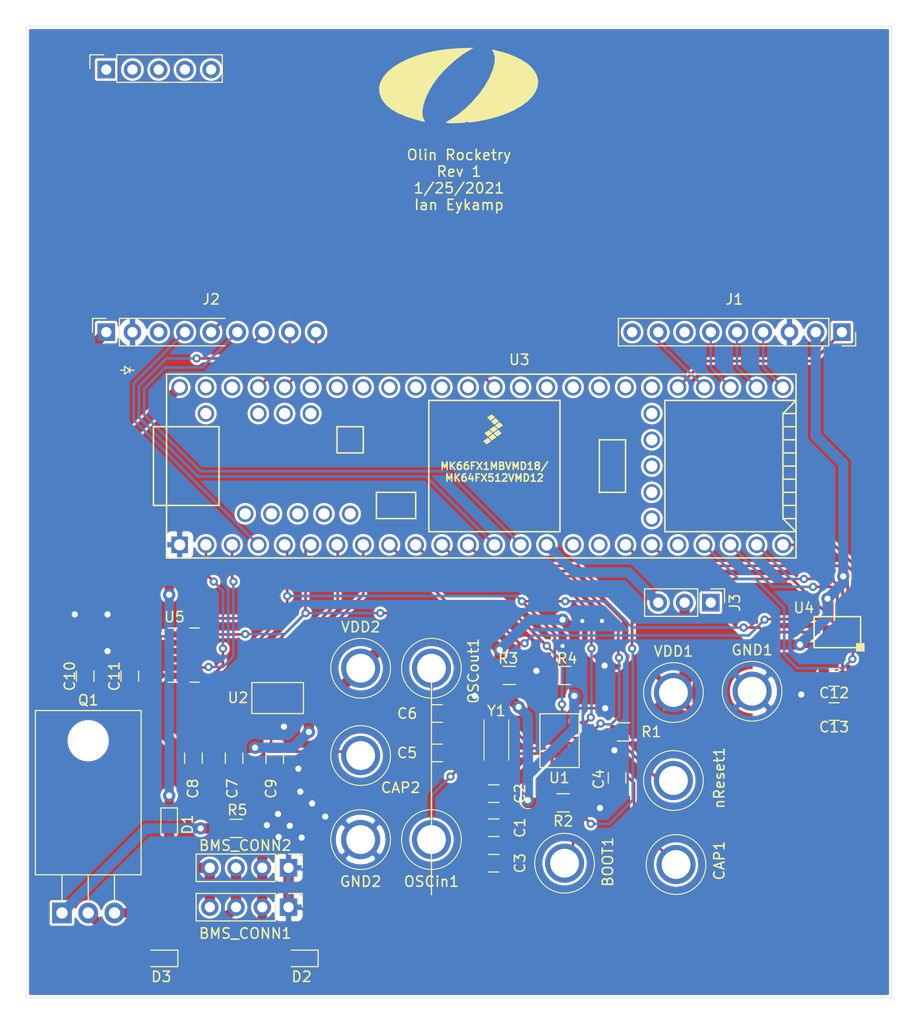
<source format=kicad_pcb>
(kicad_pcb (version 20171130) (host pcbnew "(5.1.7)-1")
  (layers (0 F.Cu signal) (31 B.Cu signal) (34 B.Paste user) (35 F.Paste user) (36 B.SilkS user) (37 F.SilkS user) (38 B.Mask user) (39 F.Mask user) (44 Edge.Cuts user))
  (net 0 "")
  (net 1 GND)
  (net 2 "Net-(C4-Pad1)")
  (net 3 OptionalOSCinput)
  (net 4 OptionalOSCoutput)
  (net 5 "Net-(C9-Pad1)")
  (net 6 nRESET)
  (net 7 nBOOT_LOAD_PIN)
  (net 8 SDA_TEENSY)
  (net 9 SCL_TEENSY)
  (net 10 INT2_MPL3115A2)
  (net 11 INT1_MPL3115A2)
  (net 12 COM3)
  (net 13 INT_BNO055)
  (net 14 "Net-(U1-Pad21)")
  (net 15 "Net-(U1-Pad22)")
  (net 16 "Net-(U1-Pad23)")
  (net 17 "Net-(U1-Pad24)")
  (net 18 "Net-(U1-Pad1)")
  (net 19 "Net-(U1-Pad13)")
  (net 20 "Net-(U1-Pad12)")
  (net 21 "Net-(U1-Pad8)")
  (net 22 "Net-(U1-Pad7)")
  (net 23 "Net-(U3-Pad20)")
  (net 24 "Net-(U3-Pad25)")
  (net 25 "Net-(U3-Pad26)")
  (net 26 "Net-(U3-Pad27)")
  (net 27 "Net-(U3-Pad28)")
  (net 28 "Net-(U3-Pad29)")
  (net 29 "Net-(U3-Pad36)")
  (net 30 "Net-(U3-Pad37)")
  (net 31 "Net-(U3-Pad38)")
  (net 32 "Net-(U3-Pad39)")
  (net 33 "Net-(U3-Pad40)")
  (net 34 "Net-(U3-Pad42)")
  (net 35 "Net-(U3-Pad43)")
  (net 36 "Net-(U3-Pad44)")
  (net 37 "Net-(U3-Pad45)")
  (net 38 "Net-(U3-Pad46)")
  (net 39 "Net-(U3-Pad47)")
  (net 40 "Net-(U3-Pad48)")
  (net 41 "Net-(U3-Pad51)")
  (net 42 "Net-(U3-Pad52)")
  (net 43 "Net-(U3-Pad54)")
  (net 44 "Net-(U3-Pad55)")
  (net 45 "Net-(U3-Pad56)")
  (net 46 "Net-(U3-Pad57)")
  (net 47 "Net-(U3-Pad17)")
  (net 48 "Net-(U3-Pad16)")
  (net 49 A0_ACCEL_BMI088)
  (net 50 A0_GYRO_BMI088)
  (net 51 INT4_GYRO_BMI088)
  (net 52 INT3_GYRO_BMI088)
  (net 53 INT2_ACCEL_BMI088)
  (net 54 INT1_ACCEL_BMI088)
  (net 55 TX)
  (net 56 RX)
  (net 57 ENABLE_GPS)
  (net 58 PPS)
  (net 59 FIX)
  (net 60 INT2_ADXL345)
  (net 61 INT1_ADXL345)
  (net 62 "Net-(U4-Pad5)")
  (net 63 "Net-(U5-Pad11)")
  (net 64 "Net-(U5-Pad10)")
  (net 65 SCK_RFM9X)
  (net 66 G0_RFM9X)
  (net 67 "Net-(J2-Pad7)")
  (net 68 MISO_RFM9X)
  (net 69 MOSI_RFM9X)
  (net 70 CS_RFM9X)
  (net 71 RST_RFM9X)
  (net 72 "Net-(J2-Pad10)")
  (net 73 "Net-(J2-Pad11)")
  (net 74 "Net-(J2-Pad12)")
  (net 75 "Net-(J2-Pad13)")
  (net 76 "Net-(J2-Pad14)")
  (net 77 3.3VBMS)
  (net 78 "Net-(J3-Pad1)")
  (net 79 3.3V_TEENSY)
  (net 80 BMS_to_sensors)
  (net 81 BMS_to_sensors_backup)
  (net 82 "Net-(BMS_CONN1-Pad4)")
  (net 83 +3V3)
  (net 84 BMS_to_Teensy)
  (net 85 "Net-(D3-Pad2)")
  (net 86 "Net-(J1-Pad7)")
  (net 87 "Net-(J1-Pad9)")
  (net 88 "Net-(Q1-Pad1)")
  (net 89 "Net-(U3-Pad35)")
  (module footprints:C_0805_OEM (layer F.Cu) (at 145.8595 133.4135 180)
    (fp_text reference C1 (at -2.54 3.429 270) (layer F.SilkS))
    (fp_text value 100nF hide)
    (pad 2 smd rect (at 1 0 180) (size 1 1.25) (layers F.Cu F.Paste F.Mask) (net 1 GND))
    (pad 1 smd rect (at -1 0 180) (size 1 1.25) (layers F.Cu F.Paste F.Mask) (net 77 3.3VBMS))
  )
  (module footprints:C_0805_OEM (layer F.Cu) (at 145.8595 126.6825)
    (fp_text reference C2 (at 2.54 0 270) (layer F.SilkS))
    (fp_text value 6.8nF hide)
    (pad 2 smd rect (at 1 0) (size 1 1.25) (layers F.Cu F.Paste F.Mask) (net 77 3.3VBMS))
    (pad 1 smd rect (at -1 0) (size 1 1.25) (layers F.Cu F.Paste F.Mask) (net 1 GND))
  )
  (module footprints:C_0805_OEM (layer F.Cu) (at 145.8595 129.9845)
    (fp_text reference C3 (at 2.54 3.429 270) (layer F.SilkS))
    (fp_text value 120nF hide)
    (pad 1 smd rect (at -1 0) (size 1 1.25) (layers F.Cu F.Paste F.Mask) (net 1 GND))
    (pad 2 smd rect (at 1 0) (size 1 1.25) (layers F.Cu F.Paste F.Mask) (net 77 3.3VBMS))
  )
  (module footprints:C_0805_OEM (layer F.Cu) (at 157.7975 125.1585 270)
    (fp_text reference C4 (at 0.127 1.778 90) (layer F.SilkS))
    (fp_text value 100nF hide)
    (pad 1 smd rect (at -1 0 270) (size 1 1.25) (layers F.Cu F.Paste F.Mask) (net 2 "Net-(C4-Pad1)"))
    (pad 2 smd rect (at 1 0 270) (size 1 1.25) (layers F.Cu F.Paste F.Mask) (net 1 GND))
  )
  (module footprints:C_0805_OEM (layer F.Cu) (at 140.3985 122.7455 180)
    (fp_text reference C5 (at 2.9337 0) (layer F.SilkS))
    (fp_text value 22p hide)
    (pad 1 smd rect (at -1 0 180) (size 1 1.25) (layers F.Cu F.Paste F.Mask) (net 3 OptionalOSCinput))
    (pad 2 smd rect (at 1 0 180) (size 1 1.25) (layers F.Cu F.Paste F.Mask) (net 1 GND))
  )
  (module footprints:C_0805_OEM (layer F.Cu) (at 140.3985 118.9355 180)
    (fp_text reference C6 (at 2.921 0) (layer F.SilkS))
    (fp_text value 22p hide)
    (pad 2 smd rect (at 1 0 180) (size 1 1.25) (layers F.Cu F.Paste F.Mask) (net 1 GND))
    (pad 1 smd rect (at -1 0 180) (size 1 1.25) (layers F.Cu F.Paste F.Mask) (net 4 OptionalOSCoutput))
  )
  (module footprints:C_0805_OEM (layer F.Cu) (at 120.7135 123.2535 270)
    (fp_text reference C7 (at 2.9464 0.1778 270) (layer F.SilkS))
    (fp_text value 100n hide)
    (pad 2 smd rect (at 1 0 270) (size 1 1.25) (layers F.Cu F.Paste F.Mask) (net 1 GND))
    (pad 1 smd rect (at -1 0 270) (size 1 1.25) (layers F.Cu F.Paste F.Mask) (net 77 3.3VBMS))
  )
  (module footprints:C_0805_OEM (layer F.Cu) (at 116.7765 123.2535 270)
    (fp_text reference C8 (at 2.9464 0.0508 270) (layer F.SilkS))
    (fp_text value 10u hide)
    (pad 1 smd rect (at -1 0 270) (size 1 1.25) (layers F.Cu F.Paste F.Mask) (net 77 3.3VBMS))
    (pad 2 smd rect (at 1 0 270) (size 1 1.25) (layers F.Cu F.Paste F.Mask) (net 1 GND))
  )
  (module footprints:C_0805_OEM (layer F.Cu) (at 124.6505 123.2535 270)
    (fp_text reference C9 (at 2.9464 0.3556 270) (layer F.SilkS))
    (fp_text value 100n hide)
    (pad 1 smd rect (at -1 0 270) (size 1 1.25) (layers F.Cu F.Paste F.Mask) (net 5 "Net-(C9-Pad1)"))
    (pad 2 smd rect (at 1 0 270) (size 1 1.25) (layers F.Cu F.Paste F.Mask) (net 1 GND))
  )
  (module footprints:R_0805_OEM (layer F.Cu) (at 158.4325 120.7135 180)
    (fp_text reference R1 (at -2.6924 0) (layer F.SilkS))
    (fp_text value "Optional 10k" hide)
    (pad 1 smd rect (at -0.95 0 180) (size 0.7 1.3) (layers F.Cu F.Paste F.Mask) (net 77 3.3VBMS))
    (pad 2 smd rect (at 0.95 0 180) (size 0.7 1.3) (layers F.Cu F.Paste F.Mask) (net 6 nRESET))
  )
  (module footprints:R_0805_OEM (layer F.Cu) (at 152.5905 127.5715)
    (fp_text reference R2 (at 0 1.778) (layer F.SilkS))
    (fp_text value "Pull-up 10k" hide)
    (pad 2 smd rect (at 0.95 0) (size 0.7 1.3) (layers F.Cu F.Paste F.Mask) (net 7 nBOOT_LOAD_PIN))
    (pad 1 smd rect (at -0.95 0) (size 0.7 1.3) (layers F.Cu F.Paste F.Mask) (net 77 3.3VBMS))
  )
  (module footprints:R_0805_OEM (layer F.Cu) (at 147.3835 115.2525)
    (fp_text reference R3 (at -0.127 -1.651 180) (layer F.SilkS))
    (fp_text value Rpull hide)
    (pad 1 smd rect (at -0.95 0) (size 0.7 1.3) (layers F.Cu F.Paste F.Mask) (net 77 3.3VBMS))
    (pad 2 smd rect (at 0.95 0) (size 0.7 1.3) (layers F.Cu F.Paste F.Mask) (net 8 SDA_TEENSY))
  )
  (module footprints:R_0805_OEM (layer F.Cu) (at 152.7175 115.2525 180)
    (fp_text reference R4 (at -0.254 1.651) (layer F.SilkS))
    (fp_text value Rpull hide)
    (pad 2 smd rect (at 0.95 0 180) (size 0.7 1.3) (layers F.Cu F.Paste F.Mask) (net 9 SCL_TEENSY))
    (pad 1 smd rect (at -0.95 0 180) (size 0.7 1.3) (layers F.Cu F.Paste F.Mask) (net 77 3.3VBMS))
  )
  (module MPL3115A2_barometer:MPL3115A2 (layer F.Cu) (at 124.9299 117.4369 270)
    (fp_text reference U2 (at -0.0254 3.8354 180) (layer F.SilkS))
    (fp_text value MPL3115A2)
    (pad 1 smd rect (at 1.125 1.875 270) (size 0.95 0.55) (layers F.Cu F.Paste F.Mask) (net 77 3.3VBMS))
    (pad 2 smd rect (at 1.125 0.625 270) (size 0.95 0.55) (layers F.Cu F.Paste F.Mask) (net 5 "Net-(C9-Pad1)"))
    (pad 3 smd rect (at 1.125 -0.625 270) (size 0.95 0.55) (layers F.Cu F.Paste F.Mask) (net 1 GND))
    (pad 4 smd rect (at 1.125 -1.875 270) (size 0.95 0.55) (layers F.Cu F.Paste F.Mask) (net 77 3.3VBMS))
    (pad 5 smd rect (at -1.125 -1.875 270) (size 0.95 0.55) (layers F.Cu F.Paste F.Mask) (net 10 INT2_MPL3115A2))
    (pad 6 smd rect (at -1.125 -0.625 270) (size 0.95 0.55) (layers F.Cu F.Paste F.Mask) (net 11 INT1_MPL3115A2))
    (pad 7 smd rect (at -1.125 0.625 270) (size 0.95 0.55) (layers F.Cu F.Paste F.Mask) (net 8 SDA_TEENSY))
    (pad 8 smd rect (at -1.125 1.875 270) (size 0.95 0.55) (layers F.Cu F.Paste F.Mask) (net 9 SCL_TEENSY))
  )
  (module footprints:Teensy3-6 (layer B.Cu) (at 144.653 94.996)
    (fp_text reference U3 (at 3.683 -10.287) (layer F.SilkS))
    (fp_text value Teensy3.6)
    (fp_text user MK66FX1MBVMD18/ (at 1.27 0) (layer F.SilkS) (effects (font (size 0.7 0.7))))
    (fp_text user MK64FX512VMD12 (at 1.27 1.143) (layer F.SilkS) (effects (font (size 0.7 0.7))))
    (pad 17 thru_hole circle (at 11.43 7.62) (size 1.6 1.6) (drill 1.1) (layers *.Cu *.Mask) (net 47 "Net-(U3-Pad17)"))
    (pad 18 thru_hole circle (at 13.97 7.62) (size 1.6 1.6) (drill 1.1) (layers *.Cu *.Mask) (net 50 A0_GYRO_BMI088))
    (pad 19 thru_hole circle (at 16.51 7.62) (size 1.6 1.6) (drill 1.1) (layers *.Cu *.Mask) (net 49 A0_ACCEL_BMI088))
    (pad 20 thru_hole circle (at 19.05 7.62) (size 1.6 1.6) (drill 1.1) (layers *.Cu *.Mask) (net 23 "Net-(U3-Pad20)"))
    (pad 16 thru_hole circle (at 8.89 7.62) (size 1.6 1.6) (drill 1.1) (layers *.Cu *.Mask) (net 48 "Net-(U3-Pad16)"))
    (pad 15 thru_hole circle (at 6.35 7.62) (size 1.6 1.6) (drill 1.1) (layers *.Cu *.Mask) (net 79 3.3V_TEENSY))
    (pad 14 thru_hole circle (at 3.81 7.62) (size 1.6 1.6) (drill 1.1) (layers *.Cu *.Mask) (net 68 MISO_RFM9X))
    (pad 21 thru_hole circle (at 21.59 7.62) (size 1.6 1.6) (drill 1.1) (layers *.Cu *.Mask) (net 53 INT2_ACCEL_BMI088))
    (pad 22 thru_hole circle (at 24.13 7.62) (size 1.6 1.6) (drill 1.1) (layers *.Cu *.Mask) (net 52 INT3_GYRO_BMI088))
    (pad 23 thru_hole circle (at 26.67 7.62) (size 1.6 1.6) (drill 1.1) (layers *.Cu *.Mask) (net 51 INT4_GYRO_BMI088))
    (pad 24 thru_hole circle (at 29.21 7.62) (size 1.6 1.6) (drill 1.1) (layers *.Cu *.Mask) (net 54 INT1_ACCEL_BMI088))
    (pad 25 thru_hole circle (at 16.51 5.08) (size 1.6 1.6) (drill 1.1) (layers *.Cu *.Mask) (net 24 "Net-(U3-Pad25)"))
    (pad 26 thru_hole circle (at 16.51 2.54) (size 1.6 1.6) (drill 1.1) (layers *.Cu *.Mask) (net 25 "Net-(U3-Pad26)"))
    (pad 27 thru_hole circle (at 16.51 0) (size 1.6 1.6) (drill 1.1) (layers *.Cu *.Mask) (net 26 "Net-(U3-Pad27)"))
    (pad 28 thru_hole circle (at 16.51 -2.54) (size 1.6 1.6) (drill 1.1) (layers *.Cu *.Mask) (net 27 "Net-(U3-Pad28)"))
    (pad 29 thru_hole circle (at 16.51 -5.08) (size 1.6 1.6) (drill 1.1) (layers *.Cu *.Mask) (net 28 "Net-(U3-Pad29)"))
    (pad 30 thru_hole circle (at 29.21 -7.62) (size 1.6 1.6) (drill 1.1) (layers *.Cu *.Mask) (net 56 RX))
    (pad 31 thru_hole circle (at 26.67 -7.62) (size 1.6 1.6) (drill 1.1) (layers *.Cu *.Mask) (net 55 TX))
    (pad 32 thru_hole circle (at 24.13 -7.62) (size 1.6 1.6) (drill 1.1) (layers *.Cu *.Mask) (net 59 FIX))
    (pad 33 thru_hole circle (at 21.59 -7.62) (size 1.6 1.6) (drill 1.1) (layers *.Cu *.Mask) (net 57 ENABLE_GPS))
    (pad 34 thru_hole circle (at 19.05 -7.62) (size 1.6 1.6) (drill 1.1) (layers *.Cu *.Mask) (net 58 PPS))
    (pad 35 thru_hole circle (at 16.51 -7.62) (size 1.6 1.6) (drill 1.1) (layers *.Cu *.Mask) (net 89 "Net-(U3-Pad35)"))
    (pad 36 thru_hole circle (at 13.97 -7.62) (size 1.6 1.6) (drill 1.1) (layers *.Cu *.Mask) (net 29 "Net-(U3-Pad36)"))
    (pad 37 thru_hole circle (at 11.43 -7.62) (size 1.6 1.6) (drill 1.1) (layers *.Cu *.Mask) (net 30 "Net-(U3-Pad37)"))
    (pad 13 thru_hole circle (at 1.27 7.62) (size 1.6 1.6) (drill 1.1) (layers *.Cu *.Mask) (net 69 MOSI_RFM9X))
    (pad 12 thru_hole circle (at -1.27 7.62) (size 1.6 1.6) (drill 1.1) (layers *.Cu *.Mask) (net 7 nBOOT_LOAD_PIN))
    (pad 11 thru_hole circle (at -3.81 7.62) (size 1.6 1.6) (drill 1.1) (layers *.Cu *.Mask) (net 6 nRESET))
    (pad 10 thru_hole circle (at -6.35 7.62) (size 1.6 1.6) (drill 1.1) (layers *.Cu *.Mask) (net 13 INT_BNO055))
    (pad 9 thru_hole circle (at -8.89 7.62) (size 1.6 1.6) (drill 1.1) (layers *.Cu *.Mask) (net 12 COM3))
    (pad 8 thru_hole circle (at -11.43 7.62) (size 1.6 1.6) (drill 1.1) (layers *.Cu *.Mask) (net 10 INT2_MPL3115A2))
    (pad 7 thru_hole circle (at -13.97 7.62) (size 1.6 1.6) (drill 1.1) (layers *.Cu *.Mask) (net 11 INT1_MPL3115A2))
    (pad 6 thru_hole circle (at -16.51 7.62) (size 1.6 1.6) (drill 1.1) (layers *.Cu *.Mask) (net 8 SDA_TEENSY))
    (pad 5 thru_hole circle (at -19.05 7.62) (size 1.6 1.6) (drill 1.1) (layers *.Cu *.Mask) (net 9 SCL_TEENSY))
    (pad 4 thru_hole circle (at -21.59 7.62) (size 1.6 1.6) (drill 1.1) (layers *.Cu *.Mask) (net 66 G0_RFM9X))
    (pad 3 thru_hole circle (at -24.13 7.62) (size 1.6 1.6) (drill 1.1) (layers *.Cu *.Mask) (net 60 INT2_ADXL345))
    (pad 2 thru_hole circle (at -26.67 7.62) (size 1.6 1.6) (drill 1.1) (layers *.Cu *.Mask) (net 61 INT1_ADXL345))
    (pad 1 thru_hole rect (at -29.21 7.62) (size 1.6 1.6) (drill 1.1) (layers *.Cu *.Mask) (net 1 GND))
    (pad 38 thru_hole circle (at 8.89 -7.62) (size 1.6 1.6) (drill 1.1) (layers *.Cu *.Mask) (net 31 "Net-(U3-Pad38)"))
    (pad 39 thru_hole circle (at 6.35 -7.62) (size 1.6 1.6) (drill 1.1) (layers *.Cu *.Mask) (net 32 "Net-(U3-Pad39)"))
    (pad 40 thru_hole circle (at 3.81 -7.62) (size 1.6 1.6) (drill 1.1) (layers *.Cu *.Mask) (net 33 "Net-(U3-Pad40)"))
    (pad 41 thru_hole circle (at 1.27 -7.62) (size 1.6 1.6) (drill 1.1) (layers *.Cu *.Mask) (net 65 SCK_RFM9X))
    (pad 42 thru_hole circle (at -1.27 -7.62) (size 1.6 1.6) (drill 1.1) (layers *.Cu *.Mask) (net 34 "Net-(U3-Pad42)"))
    (pad 43 thru_hole circle (at -3.81 -7.62) (size 1.6 1.6) (drill 1.1) (layers *.Cu *.Mask) (net 35 "Net-(U3-Pad43)"))
    (pad 44 thru_hole circle (at -6.35 -7.62) (size 1.6 1.6) (drill 1.1) (layers *.Cu *.Mask) (net 36 "Net-(U3-Pad44)"))
    (pad 45 thru_hole circle (at -8.89 -7.62) (size 1.6 1.6) (drill 1.1) (layers *.Cu *.Mask) (net 37 "Net-(U3-Pad45)"))
    (pad 46 thru_hole circle (at -11.43 -7.62) (size 1.6 1.6) (drill 1.1) (layers *.Cu *.Mask) (net 38 "Net-(U3-Pad46)"))
    (pad 47 thru_hole circle (at -13.97 -7.62) (size 1.6 1.6) (drill 1.1) (layers *.Cu *.Mask) (net 39 "Net-(U3-Pad47)"))
    (pad 48 thru_hole circle (at -16.51 -7.62) (size 1.6 1.6) (drill 1.1) (layers *.Cu *.Mask) (net 40 "Net-(U3-Pad48)"))
    (pad 49 thru_hole circle (at -19.05 -7.62) (size 1.6 1.6) (drill 1.1) (layers *.Cu *.Mask) (net 71 RST_RFM9X))
    (pad 50 thru_hole circle (at -21.59 -7.62) (size 1.6 1.6) (drill 1.1) (layers *.Cu *.Mask) (net 70 CS_RFM9X))
    (pad 51 thru_hole circle (at -24.13 -7.62) (size 1.6 1.6) (drill 1.1) (layers *.Cu *.Mask) (net 41 "Net-(U3-Pad51)"))
    (pad 52 thru_hole circle (at -26.67 -7.62) (size 1.6 1.6) (drill 1.1) (layers *.Cu *.Mask) (net 42 "Net-(U3-Pad52)"))
    (pad 53 thru_hole circle (at -29.21 -7.62) (size 1.6 1.6) (drill 1.1) (layers *.Cu *.Mask) (net 84 BMS_to_Teensy))
    (pad 54 thru_hole circle (at -26.67 -5.08) (size 1.6 1.6) (drill 1.1) (layers *.Cu *.Mask) (net 43 "Net-(U3-Pad54)"))
    (pad 55 thru_hole circle (at -21.59 -5.08) (size 1.6 1.6) (drill 1.1) (layers *.Cu *.Mask) (net 44 "Net-(U3-Pad55)"))
    (pad 56 thru_hole circle (at -19.05 -5.08) (size 1.6 1.6) (drill 1.1) (layers *.Cu *.Mask) (net 45 "Net-(U3-Pad56)"))
    (pad 57 thru_hole circle (at -16.51 -5.08) (size 1.6 1.6) (drill 1.1) (layers *.Cu *.Mask) (net 46 "Net-(U3-Pad57)"))
    (pad 58 thru_hole circle (at -22.86 4.62) (size 1.6 1.6) (drill 1.1) (layers *.Cu *.Mask))
    (pad 59 thru_hole circle (at -20.32 4.62) (size 1.6 1.6) (drill 1.1) (layers *.Cu *.Mask))
    (pad 60 thru_hole circle (at -17.78 4.62) (size 1.6 1.6) (drill 1.1) (layers *.Cu *.Mask))
    (pad 61 thru_hole circle (at -15.24 4.62) (size 1.6 1.6) (drill 1.1) (layers *.Cu *.Mask))
    (pad 62 thru_hole circle (at -12.7 4.62) (size 1.6 1.6) (drill 1.1) (layers *.Cu *.Mask))
  )
  (module footprints:FC-135_3.2x1.5mm (layer F.Cu) (at 146.1135 122.7455 90)
    (fp_text reference Y1 (at 4.064 0 180) (layer F.SilkS))
    (fp_text value Crystal_32kHz768)
    (pad 1 smd rect (at 0 0 90) (size 1 1.8) (layers F.Cu F.Paste F.Mask) (net 3 OptionalOSCinput))
    (pad 2 smd rect (at 2.5 0 90) (size 1 1.8) (layers F.Cu F.Paste F.Mask) (net 4 OptionalOSCoutput))
  )
  (module BNO055:BNO055 (layer F.Cu) (at 150.3299 118.9609 270)
    (fp_text reference U1 (at 6.1976 -1.8796) (layer F.SilkS))
    (fp_text value BNO055)
    (pad 19 smd rect (at 0.2875 -1.15 270) (size 0.375 0.25) (layers F.Cu F.Paste F.Mask) (net 9 SCL_TEENSY))
    (pad 20 smd rect (at 0.35 -0.3375 270) (size 0.25 0.475) (layers F.Cu F.Paste F.Mask) (net 8 SDA_TEENSY))
    (pad 21 smd rect (at 0.85 -0.3375 270) (size 0.25 0.475) (layers F.Cu F.Paste F.Mask) (net 14 "Net-(U1-Pad21)"))
    (pad 22 smd rect (at 1.35 -0.3375 270) (size 0.25 0.475) (layers F.Cu F.Paste F.Mask) (net 15 "Net-(U1-Pad22)"))
    (pad 23 smd rect (at 1.85 -0.3375 270) (size 0.25 0.475) (layers F.Cu F.Paste F.Mask) (net 16 "Net-(U1-Pad23)"))
    (pad 24 smd rect (at 2.35 -0.3375 270) (size 0.25 0.475) (layers F.Cu F.Paste F.Mask) (net 17 "Net-(U1-Pad24)"))
    (pad 25 smd rect (at 2.85 -0.3375 270) (size 0.25 0.475) (layers F.Cu F.Paste F.Mask) (net 1 GND))
    (pad 26 smd rect (at 3.35 -0.3375 270) (size 0.25 0.475) (layers F.Cu F.Paste F.Mask) (net 4 OptionalOSCoutput))
    (pad 27 smd rect (at 3.85 -0.3375 270) (size 0.25 0.475) (layers F.Cu F.Paste F.Mask) (net 3 OptionalOSCinput))
    (pad 28 smd rect (at 4.35 -0.3375 270) (size 0.25 0.475) (layers F.Cu F.Paste F.Mask) (net 77 3.3VBMS))
    (pad 1 smd rect (at 4.85 -0.3375 270) (size 0.25 0.475) (layers F.Cu F.Paste F.Mask) (net 18 "Net-(U1-Pad1)"))
    (pad 18 smd rect (at 0.2875 -1.65 270) (size 0.375 0.25) (layers F.Cu F.Paste F.Mask) (net 1 GND))
    (pad 17 smd rect (at 0.2875 -2.15 270) (size 0.375 0.25) (layers F.Cu F.Paste F.Mask) (net 12 COM3))
    (pad 16 smd rect (at 0.2875 -2.65 270) (size 0.375 0.25) (layers F.Cu F.Paste F.Mask) (net 1 GND))
    (pad 2 smd rect (at 4.9125 -1.15 90) (size 0.375 0.25) (layers F.Cu F.Paste F.Mask) (net 1 GND))
    (pad 3 smd rect (at 4.9125 -1.65 90) (size 0.375 0.25) (layers F.Cu F.Paste F.Mask) (net 77 3.3VBMS))
    (pad 4 smd rect (at 4.9125 -2.15 90) (size 0.375 0.25) (layers F.Cu F.Paste F.Mask) (net 7 nBOOT_LOAD_PIN))
    (pad 15 smd rect (at 0.35 -3.4625 90) (size 0.25 0.475) (layers F.Cu F.Paste F.Mask))
    (pad 14 smd rect (at 0.85 -3.4625 90) (size 0.25 0.475) (layers F.Cu F.Paste F.Mask) (net 13 INT_BNO055))
    (pad 13 smd rect (at 1.35 -3.4625 90) (size 0.25 0.475) (layers F.Cu F.Paste F.Mask) (net 19 "Net-(U1-Pad13)"))
    (pad 12 smd rect (at 1.85 -3.4625 90) (size 0.25 0.475) (layers F.Cu F.Paste F.Mask) (net 20 "Net-(U1-Pad12)"))
    (pad 11 smd rect (at 2.35 -3.4625 90) (size 0.25 0.475) (layers F.Cu F.Paste F.Mask) (net 6 nRESET))
    (pad 10 smd rect (at 2.85 -3.4625 90) (size 0.25 0.475) (layers F.Cu F.Paste F.Mask) (net 1 GND))
    (pad 9 smd rect (at 3.35 -3.4625 90) (size 0.25 0.475) (layers F.Cu F.Paste F.Mask) (net 2 "Net-(C4-Pad1)"))
    (pad 8 smd rect (at 3.85 -3.4625 90) (size 0.25 0.475) (layers F.Cu F.Paste F.Mask) (net 21 "Net-(U1-Pad8)"))
    (pad 7 smd rect (at 4.35 -3.4625 90) (size 0.25 0.475) (layers F.Cu F.Paste F.Mask) (net 22 "Net-(U1-Pad7)"))
    (pad 6 smd rect (at 4.85 -3.4625 90) (size 0.25 0.475) (layers F.Cu F.Paste F.Mask) (net 1 GND))
    (pad 5 smd rect (at 4.9125 -2.65 90) (size 0.375 0.25) (layers F.Cu F.Paste F.Mask) (net 1 GND))
    (pad 0 smd rect (at 4.85 -0.725 270) (size 0.25 0.1) (layers F.SilkS))
  )
  (module footprints:Test-Point-Pin_Drill2.79mm (layer F.Cu) (at 152.7175 133.4135 180)
    (fp_text reference BOOT1 (at -4.191 0.127 270) (layer F.SilkS))
    (fp_text value TestPoint)
    (pad 1 thru_hole circle (at 0 0 180) (size 3.79 3.79) (drill 2.79) (layers *.Cu *.Mask) (net 7 nBOOT_LOAD_PIN))
  )
  (module footprints:Test-Point-Pin_Drill2.79mm (layer F.Cu) (at 163.5125 133.5405 180)
    (fp_text reference CAP1 (at -4.191 0.381 270) (layer F.SilkS))
    (fp_text value TestPoint)
    (pad 1 thru_hole circle (at 0 0 180) (size 3.79 3.79) (drill 2.79) (layers *.Cu *.Mask) (net 2 "Net-(C4-Pad1)"))
  )
  (module footprints:Test-Point-Pin_Drill2.79mm (layer F.Cu) (at 132.969 122.9995 180)
    (fp_text reference CAP2 (at -3.8735 -3.1115) (layer F.SilkS))
    (fp_text value TestPoint)
    (pad 1 thru_hole circle (at 0 0 180) (size 3.79 3.79) (drill 2.79) (layers *.Cu *.Mask) (net 5 "Net-(C9-Pad1)"))
  )
  (module footprints:Test-Point-Pin_Drill2.79mm (layer F.Cu) (at 170.8785 116.7765 180)
    (fp_text reference GND1 (at 0 3.98) (layer F.SilkS))
    (fp_text value TestPoint)
    (pad 1 thru_hole circle (at 0 0 180) (size 3.79 3.79) (drill 2.79) (layers *.Cu *.Mask) (net 1 GND))
  )
  (module footprints:Test-Point-Pin_Drill2.79mm (layer F.Cu) (at 132.969 131.1275 180)
    (fp_text reference GND2 (at 0 -4.064 180) (layer F.SilkS))
    (fp_text value TestPoint)
    (pad 1 thru_hole circle (at 0 0 180) (size 3.79 3.79) (drill 2.79) (layers *.Cu *.Mask) (net 1 GND))
  )
  (module footprints:Test-Point-Pin_Drill2.79mm (layer F.Cu) (at 163.2585 125.4125 180)
    (fp_text reference nReset1 (at -4.445 0.254 270) (layer F.SilkS))
    (fp_text value TestPoint)
    (pad 1 thru_hole circle (at 0 0 180) (size 3.79 3.79) (drill 2.79) (layers *.Cu *.Mask) (net 6 nRESET))
  )
  (module footprints:Test-Point-Pin_Drill2.79mm (layer F.Cu) (at 139.827 131.1275 180)
    (fp_text reference OSCin1 (at 0 -4.064 180) (layer F.SilkS))
    (fp_text value TestPoint)
    (pad 1 thru_hole circle (at 0 0 180) (size 3.79 3.79) (drill 2.79) (layers *.Cu *.Mask) (net 3 OptionalOSCinput))
  )
  (module footprints:Test-Point-Pin_Drill2.79mm (layer F.Cu) (at 139.827 114.554 180)
    (fp_text reference OSCout1 (at -4.064 -0.254 270) (layer F.SilkS))
    (fp_text value TestPoint)
    (pad 1 thru_hole circle (at 0 0 180) (size 3.79 3.79) (drill 2.79) (layers *.Cu *.Mask) (net 4 OptionalOSCoutput))
  )
  (module footprints:Test-Point-Pin_Drill2.79mm (layer F.Cu) (at 163.2585 116.9035 180)
    (fp_text reference VDD1 (at 0 3.98) (layer F.SilkS))
    (fp_text value TestPoint)
    (pad 1 thru_hole circle (at 0 0 180) (size 3.79 3.79) (drill 2.79) (layers *.Cu *.Mask) (net 77 3.3VBMS))
  )
  (module footprints:Test-Point-Pin_Drill2.79mm (layer F.Cu) (at 132.969 114.554 180)
    (fp_text reference VDD2 (at 0 3.98) (layer F.SilkS))
    (fp_text value TestPoint)
    (pad 1 thru_hole circle (at 0 0 180) (size 3.79 3.79) (drill 2.79) (layers *.Cu *.Mask) (net 77 3.3VBMS))
  )
  (module footprints:C_0805_OEM (layer F.Cu) (at 106.299 115.316 90)
    (fp_text reference C10 (at 0 -1.5 90) (layer F.SilkS))
    (fp_text value C_0.1uF hide)
    (pad 1 smd rect (at -1 0 90) (size 1 1.25) (layers F.Cu F.Paste F.Mask) (net 77 3.3VBMS))
    (pad 2 smd rect (at 1 0 90) (size 1 1.25) (layers F.Cu F.Paste F.Mask) (net 1 GND))
  )
  (module footprints:C_0805_OEM (layer F.Cu) (at 110.617 115.316 90)
    (fp_text reference C11 (at 0 -1.5 90) (layer F.SilkS))
    (fp_text value C_1uF hide)
    (pad 2 smd rect (at 1 0 90) (size 1 1.25) (layers F.Cu F.Paste F.Mask) (net 1 GND))
    (pad 1 smd rect (at -1 0 90) (size 1 1.25) (layers F.Cu F.Paste F.Mask) (net 77 3.3VBMS))
  )
  (module footprints:bmi088 (layer F.Cu) (at 179.1335 111.0615 180)
    (fp_text reference U4 (at 3.2385 2.3495 180) (layer F.SilkS))
    (fp_text value BMI088)
    (pad 1 smd rect (at -1.5 -1.26 180) (size 0.25 0.7) (layers F.Cu F.Paste F.Mask) (net 53 INT2_ACCEL_BMI088))
    (pad 2 smd rect (at -1 -1.26 180) (size 0.25 0.7) (layers F.Cu F.Paste F.Mask))
    (pad 3 smd rect (at -0.5 -1.26 180) (size 0.25 0.7) (layers F.Cu F.Paste F.Mask) (net 77 3.3VBMS))
    (pad 4 smd rect (at 0 -1.26 180) (size 0.25 0.7) (layers F.Cu F.Paste F.Mask) (net 1 GND))
    (pad 5 smd rect (at 0.5 -1.26 180) (size 0.25 0.7) (layers F.Cu F.Paste F.Mask) (net 62 "Net-(U4-Pad5)"))
    (pad 6 smd rect (at 1 -1.26 180) (size 0.25 0.7) (layers F.Cu F.Paste F.Mask) (net 1 GND))
    (pad 7 smd rect (at 1.5 -1.26 180) (size 0.25 0.7) (layers F.Cu F.Paste F.Mask) (net 77 3.3VBMS))
    (pad 15 smd rect (at -1.5 1.26 180) (size 0.25 0.7) (layers F.Cu F.Paste F.Mask) (net 49 A0_ACCEL_BMI088))
    (pad 14 smd rect (at -1 1.26 180) (size 0.25 0.7) (layers F.Cu F.Paste F.Mask) (net 77 3.3VBMS))
    (pad 13 smd rect (at -0.5 1.26 180) (size 0.25 0.7) (layers F.Cu F.Paste F.Mask) (net 51 INT4_GYRO_BMI088))
    (pad 12 smd rect (at 0 1.26 180) (size 0.25 0.7) (layers F.Cu F.Paste F.Mask) (net 52 INT3_GYRO_BMI088))
    (pad 11 smd rect (at 0.5 1.26 180) (size 0.25 0.7) (layers F.Cu F.Paste F.Mask) (net 77 3.3VBMS))
    (pad 10 smd rect (at 1 1.26 180) (size 0.25 0.7) (layers F.Cu F.Paste F.Mask) (net 50 A0_GYRO_BMI088))
    (pad 9 smd rect (at 1.5 1.26 180) (size 0.25 0.7) (layers F.Cu F.Paste F.Mask) (net 8 SDA_TEENSY))
    (pad 8 smd rect (at 2.015 0 270) (size 0.25 0.7) (layers F.Cu F.Paste F.Mask) (net 9 SCL_TEENSY))
    (pad 16 smd rect (at -2.015 0 90) (size 0.25 0.7) (layers F.Cu F.Paste F.Mask) (net 54 INT1_ACCEL_BMI088))
  )
  (module ADXL345_snapEda:ADXL345 (layer F.Cu) (at 115.824 113.284)
    (fp_text reference U5 (at -0.889 -3.683) (layer F.SilkS))
    (fp_text value ADXL345BCCZ)
    (pad 1 smd rect (at -1.01 -2) (size 0.92 0.61) (layers F.Cu F.Paste F.Mask) (net 77 3.3VBMS))
    (pad 2 smd rect (at -1.01 -1.2) (size 0.92 0.61) (layers F.Cu F.Paste F.Mask) (net 1 GND))
    (pad 3 smd rect (at -1.01 -0.4) (size 0.92 0.61) (layers F.Cu F.Paste F.Mask) (net 63 "Net-(U5-Pad11)"))
    (pad 4 smd rect (at -1.01 0.4) (size 0.92 0.61) (layers F.Cu F.Paste F.Mask) (net 1 GND))
    (pad 5 smd rect (at -1.01 1.2) (size 0.92 0.61) (layers F.Cu F.Paste F.Mask) (net 1 GND))
    (pad 6 smd rect (at -1.01 2) (size 0.92 0.61) (layers F.Cu F.Paste F.Mask) (net 77 3.3VBMS))
    (pad 7 smd rect (at 0 2.01) (size 0.61 0.92) (layers F.Cu F.Paste F.Mask) (net 77 3.3VBMS))
    (pad 8 smd rect (at 1.01 2) (size 0.92 0.61) (layers F.Cu F.Paste F.Mask) (net 61 INT1_ADXL345))
    (pad 9 smd rect (at 1.01 1.2) (size 0.92 0.61) (layers F.Cu F.Paste F.Mask) (net 60 INT2_ADXL345))
    (pad 10 smd rect (at 1.01 0.4) (size 0.92 0.61) (layers F.Cu F.Paste F.Mask) (net 64 "Net-(U5-Pad10)"))
    (pad 11 smd rect (at 1.01 -0.4) (size 0.92 0.61) (layers F.Cu F.Paste F.Mask) (net 63 "Net-(U5-Pad11)"))
    (pad 12 smd rect (at 1.01 -1.2) (size 0.92 0.61) (layers F.Cu F.Paste F.Mask) (net 1 GND))
    (pad 13 smd rect (at 1.01 -2) (size 0.92 0.61) (layers F.Cu F.Paste F.Mask) (net 8 SDA_TEENSY))
    (pad 14 smd rect (at 0 -2.01) (size 0.61 0.92) (layers F.Cu F.Paste F.Mask) (net 9 SCL_TEENSY))
  )
  (module footprints:RFM9X_header (layer F.Cu) (at 108.331 82.042 90)
    (fp_text reference J2 (at 3.175 10.16) (layer F.SilkS))
    (fp_text value RFM9X_header)
    (pad 5 thru_hole oval (at 0 10.16 90) (size 1.7 1.7) (drill 1) (layers *.Cu *.Mask) (net 65 SCK_RFM9X))
    (pad 6 thru_hole oval (at 0 7.62 90) (size 1.7 1.7) (drill 1) (layers *.Cu *.Mask) (net 66 G0_RFM9X))
    (pad 7 thru_hole oval (at 0 5.08 90) (size 1.7 1.7) (drill 1) (layers *.Cu *.Mask) (net 67 "Net-(J2-Pad7)"))
    (pad 8 thru_hole oval (at 0 2.54 90) (size 1.7 1.7) (drill 1) (layers *.Cu *.Mask) (net 1 GND))
    (pad 9 thru_hole rect (at 0 0 90) (size 1.7 1.7) (drill 1) (layers *.Cu *.Mask) (net 77 3.3VBMS))
    (pad 4 thru_hole oval (at 0 12.7 90) (size 1.7 1.7) (drill 1) (layers *.Cu *.Mask) (net 68 MISO_RFM9X))
    (pad 3 thru_hole oval (at 0 15.24 90) (size 1.7 1.7) (drill 1) (layers *.Cu *.Mask) (net 69 MOSI_RFM9X))
    (pad 2 thru_hole oval (at 0 17.78 90) (size 1.7 1.7) (drill 1) (layers *.Cu *.Mask) (net 70 CS_RFM9X))
    (pad 1 thru_hole oval (at 0 20.32 90) (size 1.7 1.7) (drill 1) (layers *.Cu *.Mask) (net 71 RST_RFM9X))
    (pad 10 thru_hole rect (at 25.4 0 90) (size 1.7 1.7) (drill 1) (layers *.Cu *.Mask) (net 72 "Net-(J2-Pad10)"))
    (pad 11 thru_hole oval (at 25.4 2.54 90) (size 1.7 1.7) (drill 1) (layers *.Cu *.Mask) (net 73 "Net-(J2-Pad11)"))
    (pad 12 thru_hole oval (at 25.4 5.08 90) (size 1.7 1.7) (drill 1) (layers *.Cu *.Mask) (net 74 "Net-(J2-Pad12)"))
    (pad 13 thru_hole oval (at 25.4 7.62 90) (size 1.7 1.7) (drill 1) (layers *.Cu *.Mask) (net 75 "Net-(J2-Pad13)"))
    (pad 14 thru_hole oval (at 25.4 10.16 90) (size 1.7 1.7) (drill 1) (layers *.Cu *.Mask) (net 76 "Net-(J2-Pad14)"))
  )
  (module Connector_PinSocket_2.54mm:PinSocket_1x09_P2.54mm_Vertical (layer F.Cu) (at 179.578 82.042 270)
    (fp_text reference J1 (at -3.175 10.414) (layer F.SilkS))
    (fp_text value Conn_01x09_Female)
    (pad 9 thru_hole oval (at 0 20.32 270) (size 1.7 1.7) (drill 1) (layers *.Cu *.Mask) (net 87 "Net-(J1-Pad9)"))
    (pad 8 thru_hole oval (at 0 17.78 270) (size 1.7 1.7) (drill 1) (layers *.Cu *.Mask) (net 57 ENABLE_GPS))
    (pad 7 thru_hole oval (at 0 15.24 270) (size 1.7 1.7) (drill 1) (layers *.Cu *.Mask) (net 86 "Net-(J1-Pad7)"))
    (pad 6 thru_hole oval (at 0 12.7 270) (size 1.7 1.7) (drill 1) (layers *.Cu *.Mask) (net 59 FIX))
    (pad 5 thru_hole oval (at 0 10.16 270) (size 1.7 1.7) (drill 1) (layers *.Cu *.Mask) (net 55 TX))
    (pad 4 thru_hole oval (at 0 7.62 270) (size 1.7 1.7) (drill 1) (layers *.Cu *.Mask) (net 56 RX))
    (pad 3 thru_hole oval (at 0 5.08 270) (size 1.7 1.7) (drill 1) (layers *.Cu *.Mask) (net 1 GND))
    (pad 2 thru_hole oval (at 0 2.54 270) (size 1.7 1.7) (drill 1) (layers *.Cu *.Mask) (net 77 3.3VBMS))
    (pad 1 thru_hole rect (at 0 0 270) (size 1.7 1.7) (drill 1) (layers *.Cu *.Mask) (net 58 PPS))
  )
  (module footprints:D_0805_OEM (layer F.Cu) (at 114.427 129.667 270)
    (fp_text reference D1 (at 0 -1.778 270) (layer F.SilkS))
    (fp_text value D hide)
    (pad 1 smd rect (at -1.05 0 270) (size 0.8 0.9) (layers F.Cu F.Paste F.Mask) (net 84 BMS_to_Teensy))
    (pad 2 smd rect (at 1.05 0 270) (size 0.8 0.9) (layers F.Cu F.Paste F.Mask) (net 82 "Net-(BMS_CONN1-Pad4)"))
  )
  (module Connector_PinHeader_2.54mm:PinHeader_1x03_P2.54mm_Vertical (layer F.Cu) (at 166.878 108.204 270)
    (fp_text reference J3 (at 0 -2.33 90) (layer F.SilkS))
    (fp_text value Conn_01x03_Male)
    (pad 1 thru_hole rect (at 0 0 270) (size 1.7 1.7) (drill 1) (layers *.Cu *.Mask) (net 78 "Net-(J3-Pad1)"))
    (pad 2 thru_hole oval (at 0 2.54 270) (size 1.7 1.7) (drill 1) (layers *.Cu *.Mask) (net 77 3.3VBMS))
    (pad 3 thru_hole oval (at 0 5.08 270) (size 1.7 1.7) (drill 1) (layers *.Cu *.Mask) (net 79 3.3V_TEENSY))
  )
  (module Connector_PinHeader_2.54mm:PinHeader_1x04_P2.54mm_Vertical (layer F.Cu) (at 125.984 137.668 270)
    (fp_text reference BMS_CONN1 (at 2.54 4.191) (layer F.SilkS))
    (fp_text value Conn_01x04_Male)
    (pad 1 thru_hole rect (at 0 0 270) (size 1.7 1.7) (drill 1) (layers *.Cu *.Mask) (net 1 GND))
    (pad 2 thru_hole oval (at 0 2.54 270) (size 1.7 1.7) (drill 1) (layers *.Cu *.Mask) (net 80 BMS_to_sensors))
    (pad 3 thru_hole oval (at 0 5.08 270) (size 1.7 1.7) (drill 1) (layers *.Cu *.Mask) (net 81 BMS_to_sensors_backup))
    (pad 4 thru_hole oval (at 0 7.62 270) (size 1.7 1.7) (drill 1) (layers *.Cu *.Mask) (net 82 "Net-(BMS_CONN1-Pad4)"))
  )
  (module footprints:D_0805_OEM (layer F.Cu) (at 127.254 142.621 180)
    (fp_text reference D2 (at 0 -1.778 180) (layer F.SilkS))
    (fp_text value D hide)
    (pad 1 smd rect (at -1.05 0 180) (size 0.8 0.9) (layers F.Cu F.Paste F.Mask) (net 77 3.3VBMS))
    (pad 2 smd rect (at 1.05 0 180) (size 0.8 0.9) (layers F.Cu F.Paste F.Mask) (net 80 BMS_to_sensors))
  )
  (module footprints:D_0805_OEM (layer F.Cu) (at 113.665 142.621 180)
    (fp_text reference D3 (at 0 -1.778 180) (layer F.SilkS))
    (fp_text value D hide)
    (pad 2 smd rect (at 1.05 0 180) (size 0.8 0.9) (layers F.Cu F.Paste F.Mask) (net 85 "Net-(D3-Pad2)"))
    (pad 1 smd rect (at -1.05 0 180) (size 0.8 0.9) (layers F.Cu F.Paste F.Mask) (net 77 3.3VBMS))
  )
  (module Package_TO_SOT_THT:TO-220-3_Horizontal_TabDown (layer F.Cu) (at 104.048002 138.226001)
    (fp_text reference Q1 (at 2.54 -20.58) (layer F.SilkS))
    (fp_text value Q_PNP_BCE)
    (pad "" np_thru_hole oval (at 2.54 -16.66) (size 3.5 3.5) (drill 3.5) (layers *.Cu *.Mask))
    (pad 1 thru_hole rect (at 0 0) (size 1.905 2) (drill 1.1) (layers *.Cu *.Mask) (net 88 "Net-(Q1-Pad1)"))
    (pad 2 thru_hole oval (at 2.54 0) (size 1.905 2) (drill 1.1) (layers *.Cu *.Mask) (net 85 "Net-(D3-Pad2)"))
    (pad 3 thru_hole oval (at 5.08 0) (size 1.905 2) (drill 1.1) (layers *.Cu *.Mask) (net 81 BMS_to_sensors_backup))
  )
  (module footprints:R_0805_OEM (layer F.Cu) (at 120.904 130.048)
    (fp_text reference R5 (at 0.127 -1.778) (layer F.SilkS))
    (fp_text value R_1.07K hide)
    (pad 1 smd rect (at -0.95 0) (size 0.7 1.3) (layers F.Cu F.Paste F.Mask) (net 88 "Net-(Q1-Pad1)"))
    (pad 2 smd rect (at 0.95 0) (size 0.7 1.3) (layers F.Cu F.Paste F.Mask) (net 80 BMS_to_sensors))
  )
  (module Connector_PinHeader_2.54mm:PinHeader_1x04_P2.54mm_Vertical (layer F.Cu) (at 125.984 133.858 270)
    (fp_text reference BMS_CONN2 (at -2.159 4.191) (layer F.SilkS))
    (fp_text value Conn_01x04_Male)
    (pad 1 thru_hole rect (at 0 0 270) (size 1.7 1.7) (drill 1) (layers *.Cu *.Mask) (net 1 GND))
    (pad 2 thru_hole oval (at 0 2.54 270) (size 1.7 1.7) (drill 1) (layers *.Cu *.Mask) (net 80 BMS_to_sensors))
    (pad 3 thru_hole oval (at 0 5.08 270) (size 1.7 1.7) (drill 1) (layers *.Cu *.Mask) (net 81 BMS_to_sensors_backup))
    (pad 4 thru_hole oval (at 0 7.62 270) (size 1.7 1.7) (drill 1) (layers *.Cu *.Mask) (net 82 "Net-(BMS_CONN1-Pad4)"))
  )
  (module footprints:OLIN_O (layer F.Cu) (at 142.367 57.912)
    (fp_text reference G*** hide)
    (fp_text value "" hide)
  )
  (module footprints:C_0805_OEM (layer F.Cu) (at 178.816 115.443 180)
    (fp_text reference C12 (at 0 -1.5) (layer F.SilkS))
    (fp_text value C_100nF hide)
    (pad 1 smd rect (at -1 0 180) (size 1 1.25) (layers F.Cu F.Paste F.Mask) (net 77 3.3VBMS))
    (pad 2 smd rect (at 1 0 180) (size 1 1.25) (layers F.Cu F.Paste F.Mask) (net 1 GND))
  )
  (module footprints:C_0805_OEM (layer F.Cu) (at 178.816 118.745 180)
    (fp_text reference C13 (at 0 -1.5) (layer F.SilkS))
    (fp_text value C_100nF hide)
    (pad 2 smd rect (at 1 0 180) (size 1 1.25) (layers F.Cu F.Paste F.Mask) (net 1 GND))
    (pad 1 smd rect (at -1 0 180) (size 1 1.25) (layers F.Cu F.Paste F.Mask) (net 77 3.3VBMS))
  )
  (gr_line (start 184.404 146.431) (end 184.404 52.451) (angle 90) (layer Edge.Cuts) (width 0.05))
  (gr_line (start 100.584 146.431) (end 184.404 146.431) (angle 90) (layer Edge.Cuts) (width 0.05))
  (gr_line (start 100.584 52.451) (end 100.584 146.431) (angle 90) (layer Edge.Cuts) (width 0.05))
  (gr_line (start 139.827 114.554) (end 139.827 136.4615) (angle 90) (layer F.SilkS) (width 0.12))
  (gr_line (start 110.617 85.725) (end 110.998 85.725) (angle 90) (layer F.SilkS) (width 0.12))
  (gr_line (start 109.728 85.725) (end 110.109 85.725) (angle 90) (layer F.SilkS) (width 0.12))
  (gr_line (start 110.617 85.471) (end 110.617 85.979) (angle 90) (layer F.SilkS) (width 0.12))
  (gr_line (start 110.617 85.725) (end 110.109 85.344) (angle 90) (layer F.SilkS) (width 0.12))
  (gr_line (start 110.109 86.106) (end 110.617 85.725) (angle 90) (layer F.SilkS) (width 0.12))
  (gr_line (start 110.109 85.344) (end 110.109 86.106) (angle 90) (layer F.SilkS) (width 0.12))
  (gr_text "Olin Rocketry\nRev 1\n1/25/2021\nIan Eykamp" (at 142.494 67.31) (layer F.SilkS) (effects (font (size 1 1))))
  (gr_line (start 100.584 52.451) (end 184.404 52.451) (angle 90) (layer Edge.Cuts) (width 0.05))
  (segment (start 139.3985 118.9355) (end 139.3985 122.7455) (width 1) (layer F.Cu) (net 1))
  (segment (start 144.8595 126.6825) (end 144.8595 129.9845) (width 1) (layer F.Cu) (net 1))
  (segment (start 144.8595 129.9845) (end 144.8595 133.4135) (width 1) (layer F.Cu) (net 1))
  (segment (start 139.3985 122.7455) (end 139.3985 125.0475) (width 1) (layer F.Cu) (net 1))
  (segment (start 141.0335 126.6825) (end 144.8595 126.6825) (width 1) (layer F.Cu) (net 1))
  (segment (start 139.3985 125.0475) (end 141.0335 126.6825) (width 1) (layer F.Cu) (net 1))
  (segment (start 157.7975 126.1585) (end 156.1305 126.1585) (width 1) (layer F.Cu) (net 1))
  (segment (start 153.7924 123.8204) (end 153.7924 123.8109) (width 0.25) (layer F.Cu) (net 1))
  (segment (start 152.9799 123.8734) (end 153.7299 123.8734) (width 0.25) (layer F.Cu) (net 1))
  (segment (start 153.7299 123.8734) (end 153.7924 123.8109) (width 0.25) (layer F.Cu) (net 1))
  (segment (start 153.7924 121.8109) (end 156.3549 121.8109) (width 0.25) (layer F.Cu) (net 1))
  (segment (start 156.591 114.3) (end 156.591 113.411) (width 0.25) (layer F.Cu) (net 1))
  (via (at 156.591 114.3) (size 1.2) (drill 0.6) (layers F.Cu B.Cu) (net 1))
  (segment (start 156.6545 114.3635) (end 156.591 114.3) (width 0.25) (layer B.Cu) (net 1))
  (segment (start 156.6545 118.4275) (end 156.6545 114.3635) (width 0.25) (layer B.Cu) (net 1))
  (via (at 156.6545 118.4275) (size 1.2) (drill 0.6) (layers F.Cu B.Cu) (net 1))
  (segment (start 155.0035 118.4275) (end 156.6545 118.4275) (width 0.25) (layer F.Cu) (net 1))
  (segment (start 152.9799 118.9271) (end 153.4795 118.4275) (width 0.25) (layer F.Cu) (net 1))
  (segment (start 153.4795 118.4275) (end 155.0035 118.4275) (width 0.25) (layer F.Cu) (net 1))
  (segment (start 152.9799 118.9271) (end 152.9799 119.2484) (width 0.25) (layer F.Cu) (net 1))
  (segment (start 153.289 108.839) (end 154.432 109.982) (width 0.25) (layer F.Cu) (net 1))
  (segment (start 151.892 108.839) (end 153.289 108.839) (width 0.25) (layer F.Cu) (net 1))
  (segment (start 151.257 109.474) (end 151.892 108.839) (width 0.25) (layer F.Cu) (net 1))
  (segment (start 151.257 109.728) (end 151.257 109.474) (width 0.25) (layer F.Cu) (net 1))
  (via (at 156.337 109.982) (size 0.8) (drill 0.4) (layers F.Cu B.Cu) (net 1))
  (segment (start 156.591 110.236) (end 156.337 109.982) (width 0.25) (layer F.Cu) (net 1))
  (via (at 154.432 109.982) (size 0.8) (drill 0.4) (layers F.Cu B.Cu) (net 1))
  (segment (start 156.337 109.982) (end 154.432 109.982) (width 0.25) (layer B.Cu) (net 1))
  (segment (start 156.591 110.236) (end 156.591 113.411) (width 0.25) (layer F.Cu) (net 1))
  (via (at 152.527 112.395) (size 0.8) (drill 0.4) (layers F.Cu B.Cu) (net 1))
  (segment (start 154.559 116.078) (end 154.559 114.427) (width 0.25) (layer B.Cu) (net 1))
  (segment (start 154.807498 116.326498) (end 154.559 116.078) (width 0.25) (layer B.Cu) (net 1))
  (segment (start 154.807498 117.861502) (end 154.807498 116.326498) (width 0.25) (layer B.Cu) (net 1))
  (segment (start 154.482302 118.186698) (end 154.807498 117.861502) (width 0.25) (layer B.Cu) (net 1))
  (segment (start 154.482302 120.446302) (end 154.482302 118.186698) (width 0.25) (layer B.Cu) (net 1))
  (segment (start 156.5275 122.4915) (end 154.482302 120.446302) (width 0.25) (layer B.Cu) (net 1))
  (segment (start 157.5435 122.4915) (end 156.5275 122.4915) (width 0.25) (layer B.Cu) (net 1))
  (via (at 157.5435 122.4915) (size 1.2) (drill 0.6) (layers F.Cu B.Cu) (net 1))
  (segment (start 156.3549 121.8109) (end 156.9085 122.3645) (width 0.25) (layer F.Cu) (net 1))
  (segment (start 156.9085 122.3645) (end 157.4165 122.3645) (width 0.25) (layer F.Cu) (net 1))
  (segment (start 157.4165 122.3645) (end 157.5435 122.4915) (width 0.25) (layer F.Cu) (net 1))
  (segment (start 152.527 112.395) (end 152.527 111.252) (width 0.25) (layer F.Cu) (net 1))
  (segment (start 152.527 111.252) (end 151.257 109.982) (width 0.25) (layer F.Cu) (net 1))
  (segment (start 151.257 109.982) (end 151.257 109.728) (width 0.25) (layer F.Cu) (net 1))
  (segment (start 154.559 114.427) (end 152.527 112.395) (width 0.25) (layer B.Cu) (net 1))
  (segment (start 151.9799 119.2484) (end 151.9799 120.1811) (width 0.25) (layer F.Cu) (net 1))
  (segment (start 151.9799 120.1811) (end 151.9555 120.2055) (width 0.25) (layer F.Cu) (net 1))
  (segment (start 152.9799 119.2484) (end 152.9799 120.1971) (width 0.25) (layer F.Cu) (net 1))
  (segment (start 152.9799 120.1971) (end 152.9715 120.2055) (width 0.25) (layer F.Cu) (net 1))
  (segment (start 153.7924 121.8109) (end 153.0171 121.8109) (width 0.25) (layer F.Cu) (net 1))
  (segment (start 153.0171 121.8109) (end 152.9715 121.8565) (width 0.25) (layer F.Cu) (net 1))
  (segment (start 152.9799 123.8734) (end 152.9799 123.3889) (width 0.25) (layer F.Cu) (net 1))
  (segment (start 152.9799 123.3889) (end 152.9799 123.1349) (width 0.25) (layer F.Cu) (net 1))
  (segment (start 152.9799 123.1349) (end 152.9715 123.1265) (width 0.25) (layer F.Cu) (net 1))
  (segment (start 153.7924 123.8109) (end 153.4019 123.8109) (width 0.25) (layer F.Cu) (net 1))
  (segment (start 153.4019 123.8109) (end 153.2255 123.6345) (width 0.25) (layer F.Cu) (net 1))
  (segment (start 153.2255 123.6345) (end 152.9799 123.3889) (width 0.25) (layer F.Cu) (net 1))
  (segment (start 151.4799 123.8734) (end 151.4799 123.3481) (width 0.25) (layer F.Cu) (net 1))
  (segment (start 151.4799 123.3481) (end 151.5745 123.2535) (width 0.25) (layer F.Cu) (net 1))
  (segment (start 150.6674 121.8109) (end 151.4019 121.8109) (width 0.25) (layer F.Cu) (net 1))
  (segment (start 151.4019 121.8109) (end 151.4475 121.8565) (width 0.25) (layer F.Cu) (net 1))
  (segment (start 124.6505 124.2535) (end 120.7135 124.2535) (width 1) (layer F.Cu) (net 1))
  (segment (start 120.7135 124.2535) (end 116.7765 124.2535) (width 1) (layer F.Cu) (net 1))
  (segment (start 125.5549 118.5619) (end 125.5549 120.1901) (width 1) (layer F.Cu) (net 1))
  (segment (start 125.5549 120.1901) (end 125.5395 120.2055) (width 1) (layer F.Cu) (net 1))
  (via (at 125.5395 120.2055) (size 1.2) (drill 0.6) (layers F.Cu B.Cu) (net 1))
  (segment (start 124.6505 124.2535) (end 126.9205 124.2535) (width 1) (layer F.Cu) (net 1))
  (segment (start 126.9205 124.2535) (end 126.9365 124.2695) (width 1) (layer F.Cu) (net 1))
  (via (at 126.9365 124.2695) (size 1.2) (drill 0.6) (layers F.Cu B.Cu) (net 1))
  (segment (start 156.1305 126.1585) (end 156.1305 128.0635) (width 1) (layer F.Cu) (net 1))
  (segment (start 156.1305 128.0635) (end 156.1465 128.0795) (width 1) (layer F.Cu) (net 1))
  (via (at 156.1465 128.0795) (size 1.2) (drill 0.6) (layers F.Cu B.Cu) (net 1))
  (segment (start 131.3815 131.1275) (end 131.5085 131.1275) (width 0.25) (layer B.Cu) (net 1))
  (via (at 149.987 114.808) (size 1.2) (drill 0.6) (layers F.Cu B.Cu) (net 1))
  (segment (start 132.969 131.1275) (end 136.525 127.5715) (width 0.25) (layer B.Cu) (net 1))
  (segment (start 136.525 126.746) (end 136.525 127.5715) (width 0.25) (layer B.Cu) (net 1))
  (segment (start 149.098 115.697) (end 149.987 114.808) (width 0.25) (layer B.Cu) (net 1))
  (segment (start 145.542 115.697) (end 149.098 115.697) (width 0.25) (layer B.Cu) (net 1))
  (segment (start 144.018 117.221) (end 145.542 115.697) (width 0.25) (layer B.Cu) (net 1))
  (via (at 144.018 117.221) (size 1.2) (drill 0.6) (layers F.Cu B.Cu) (net 1))
  (segment (start 136.525 124.714) (end 144.018 117.221) (width 0.25) (layer B.Cu) (net 1))
  (segment (start 136.525 126.111) (end 136.525 124.714) (width 0.25) (layer B.Cu) (net 1))
  (segment (start 136.525 126.111) (end 136.525 126.746) (width 0.25) (layer B.Cu) (net 1))
  (segment (start 106.299 114.316) (end 108.458 114.316) (width 1) (layer F.Cu) (net 1))
  (segment (start 108.458 114.316) (end 110.617 114.316) (width 1) (layer F.Cu) (net 1))
  (segment (start 110.617 114.316) (end 113.776 114.316) (width 1) (layer F.Cu) (net 1))
  (segment (start 113.776 114.316) (end 113.792 114.3) (width 1) (layer F.Cu) (net 1))
  (segment (start 178.1335 112.3215) (end 178.1335 114.0935) (width 0.25) (layer F.Cu) (net 1))
  (segment (start 178.1335 114.0935) (end 178.181 114.046) (width 0.25) (layer F.Cu) (net 1))
  (segment (start 179.1335 112.3215) (end 179.1335 113.0935) (width 0.25) (layer F.Cu) (net 1))
  (segment (start 179.1335 113.0935) (end 178.054 114.173) (width 0.25) (layer F.Cu) (net 1))
  (segment (start 108.458 114.316) (end 108.458 112.903) (width 1) (layer F.Cu) (net 1))
  (via (at 105.283 109.347) (size 1.2) (drill 0.6) (layers F.Cu B.Cu) (net 1))
  (segment (start 108.458 109.347) (end 105.283 109.347) (width 1) (layer B.Cu) (net 1))
  (via (at 108.458 109.347) (size 1.2) (drill 0.6) (layers F.Cu B.Cu) (net 1))
  (via (at 108.458 112.903) (size 1.2) (drill 0.6) (layers F.Cu B.Cu) (net 1))
  (segment (start 108.458 112.903) (end 108.458 109.347) (width 1) (layer B.Cu) (net 1))
  (segment (start 114.814 112.084) (end 114.103 112.084) (width 0.55) (layer F.Cu) (net 1))
  (segment (start 113.776 112.411) (end 113.776 114.316) (width 0.55) (layer F.Cu) (net 1))
  (segment (start 114.103 112.084) (end 113.776 112.411) (width 0.55) (layer F.Cu) (net 1))
  (segment (start 114.814 113.684) (end 114.408 113.684) (width 0.55) (layer F.Cu) (net 1))
  (segment (start 114.408 113.684) (end 113.776 114.316) (width 0.55) (layer F.Cu) (net 1))
  (segment (start 114.814 114.484) (end 113.944 114.484) (width 0.55) (layer F.Cu) (net 1))
  (segment (start 113.944 114.484) (end 113.776 114.316) (width 0.55) (layer F.Cu) (net 1))
  (segment (start 116.834 112.084) (end 114.814 112.084) (width 0.25) (layer F.Cu) (net 1))
  (segment (start 153.7924 123.8109) (end 153.7924 123.8204) (width 0.25) (layer F.Cu) (net 1))
  (segment (start 153.7924 123.8204) (end 156.1305 126.1585) (width 0.25) (layer F.Cu) (net 1))
  (segment (start 153.2255 123.6345) (end 153.2188 123.6345) (width 0.25) (layer F.Cu) (net 1))
  (segment (start 153.2188 123.6345) (end 152.9799 123.8734) (width 0.25) (layer F.Cu) (net 1))
  (segment (start 125.984 137.668) (end 125.984 133.858) (width 1) (layer F.Cu) (net 1))
  (segment (start 125.984 133.858) (end 125.984 131.826) (width 0.25) (layer F.Cu) (net 1))
  (segment (start 125.984 131.826) (end 125.0315 130.8735) (width 0.25) (layer F.Cu) (net 1))
  (segment (start 125.0315 130.8735) (end 123.8885 129.7305) (width 0.25) (layer F.Cu) (net 1))
  (segment (start 126.111 129.794) (end 127.254 130.937) (width 0.25) (layer B.Cu) (net 1))
  (via (at 127.254 130.937) (size 1.2) (drill 0.6) (layers F.Cu B.Cu) (net 1))
  (via (at 123.8885 129.7305) (size 1.2) (drill 0.6) (layers F.Cu B.Cu) (net 1))
  (via (at 124.968 128.651) (size 1.2) (drill 0.6) (layers F.Cu B.Cu) (net 1))
  (segment (start 124.968 128.651) (end 126.111 129.794) (width 0.25) (layer F.Cu) (net 1))
  (via (at 126.111 129.794) (size 1.2) (drill 0.6) (layers F.Cu B.Cu) (net 1))
  (segment (start 123.8885 129.7305) (end 124.968 128.651) (width 0.25) (layer B.Cu) (net 1))
  (via (at 125.0315 130.8735) (size 1.2) (drill 0.6) (layers F.Cu B.Cu) (net 1))
  (segment (start 124.968 128.651) (end 127.127 126.492) (width 0.25) (layer B.Cu) (net 1))
  (via (at 129.54 128.905) (size 1.2) (drill 0.6) (layers F.Cu B.Cu) (net 1))
  (segment (start 128.27 127.635) (end 129.54 128.905) (width 0.25) (layer B.Cu) (net 1))
  (via (at 128.27 127.635) (size 1.2) (drill 0.6) (layers F.Cu B.Cu) (net 1))
  (segment (start 127.127 126.492) (end 128.27 127.635) (width 0.25) (layer F.Cu) (net 1))
  (via (at 127.127 126.492) (size 1.2) (drill 0.6) (layers F.Cu B.Cu) (net 1))
  (via (at 175.641 117.094) (size 1.2) (drill 0.6) (layers F.Cu B.Cu) (net 1))
  (segment (start 177.292 118.745) (end 175.641 117.094) (width 1) (layer F.Cu) (net 1))
  (segment (start 177.816 118.745) (end 177.292 118.745) (width 1) (layer F.Cu) (net 1))
  (segment (start 177.292 115.443) (end 177.816 115.443) (width 1) (layer F.Cu) (net 1))
  (segment (start 177.292 115.443) (end 175.641 117.094) (width 1) (layer F.Cu) (net 1))
  (segment (start 177.816 115.443) (end 177.816 114.411) (width 1) (layer F.Cu) (net 1))
  (segment (start 177.816 114.411) (end 178.1335 114.0935) (width 1) (layer F.Cu) (net 1))
  (segment (start 153.7924 122.3109) (end 155.8389 122.3109) (width 0.25) (layer F.Cu) (net 2))
  (segment (start 155.8389 122.3109) (end 157.6785 124.1505) (width 0.25) (layer F.Cu) (net 2))
  (segment (start 157.7975 124.1585) (end 157.9405 124.1585) (width 0.25) (layer F.Cu) (net 2))
  (segment (start 159.4485 129.4765) (end 163.5125 133.5405) (width 0.25) (layer F.Cu) (net 2))
  (segment (start 159.4485 125.6665) (end 159.4485 129.4765) (width 0.25) (layer F.Cu) (net 2))
  (segment (start 157.9405 124.1585) (end 159.4485 125.6665) (width 0.25) (layer F.Cu) (net 2))
  (segment (start 150.6674 122.8109) (end 146.1789 122.8109) (width 0.25) (layer F.Cu) (net 3))
  (segment (start 146.1789 122.8109) (end 146.1135 122.7455) (width 0.25) (layer F.Cu) (net 3))
  (segment (start 146.1135 122.7455) (end 144.2085 122.7455) (width 0.25) (layer F.Cu) (net 3))
  (segment (start 144.2085 122.7455) (end 141.3985 122.7455) (width 0.25) (layer F.Cu) (net 3))
  (segment (start 144.2085 122.7455) (end 143.9545 122.7455) (width 0.25) (layer F.Cu) (net 3))
  (segment (start 141.6685 125.0315) (end 140.5255 126.1745) (width 0.25) (layer B.Cu) (net 3))
  (segment (start 140.5255 126.1745) (end 140.3985 126.3015) (width 0.25) (layer B.Cu) (net 3))
  (via (at 141.6685 125.0315) (size 0.8) (drill 0.4) (layers F.Cu B.Cu) (net 3))
  (segment (start 143.9545 122.7455) (end 141.6685 125.0315) (width 0.25) (layer F.Cu) (net 3))
  (segment (start 139.827 131.1275) (end 139.827 126.873) (width 0.25) (layer B.Cu) (net 3))
  (segment (start 139.827 126.873) (end 140.5255 126.1745) (width 0.25) (layer B.Cu) (net 3))
  (segment (start 150.6674 122.3109) (end 149.6159 122.3109) (width 0.25) (layer F.Cu) (net 4))
  (segment (start 147.5505 120.2455) (end 146.1135 120.2455) (width 0.25) (layer F.Cu) (net 4))
  (segment (start 149.6159 122.3109) (end 147.5505 120.2455) (width 0.25) (layer F.Cu) (net 4))
  (segment (start 146.1135 120.2455) (end 144.3355 120.2455) (width 0.25) (layer F.Cu) (net 4))
  (segment (start 144.3355 120.2455) (end 144.2485 120.2455) (width 0.25) (layer F.Cu) (net 4))
  (segment (start 142.9385 118.9355) (end 141.3985 118.9355) (width 0.25) (layer F.Cu) (net 4))
  (segment (start 144.2485 120.2455) (end 142.9385 118.9355) (width 0.25) (layer F.Cu) (net 4))
  (segment (start 141.3985 118.9355) (end 141.3985 118.7925) (width 0.25) (layer F.Cu) (net 4))
  (segment (start 139.827 114.554) (end 139.827 117.364) (width 0.25) (layer F.Cu) (net 4))
  (segment (start 139.827 117.364) (end 141.3985 118.9355) (width 0.25) (layer F.Cu) (net 4))
  (segment (start 124.3049 118.5619) (end 124.3049 121.9079) (width 0.25) (layer F.Cu) (net 5))
  (segment (start 124.3049 121.9079) (end 124.6505 122.2535) (width 0.25) (layer F.Cu) (net 5))
  (segment (start 124.6505 122.6185) (end 130.2385 122.6185) (width 0.25) (layer F.Cu) (net 5))
  (segment (start 132.588 122.6185) (end 132.969 122.9995) (width 0.25) (layer F.Cu) (net 5))
  (segment (start 130.2385 122.6185) (end 132.588 122.6185) (width 0.25) (layer F.Cu) (net 5))
  (segment (start 157.3413 120.7135) (end 157.4825 120.7135) (width 0.25) (layer F.Cu) (net 6))
  (segment (start 153.7924 121.3109) (end 154.7871 121.3109) (width 0.25) (layer F.Cu) (net 6))
  (segment (start 155.3845 120.7135) (end 155.4353 120.7135) (width 0.25) (layer F.Cu) (net 6))
  (segment (start 155.4353 120.7135) (end 157.4825 120.7135) (width 0.25) (layer F.Cu) (net 6))
  (segment (start 154.7871 121.3109) (end 155.3845 120.7135) (width 0.25) (layer F.Cu) (net 6))
  (segment (start 157.4825 120.7135) (end 157.4825 121.0335) (width 0.25) (layer F.Cu) (net 6))
  (segment (start 161.8615 125.4125) (end 163.2585 125.4125) (width 0.25) (layer F.Cu) (net 6))
  (segment (start 157.4825 121.0335) (end 161.8615 125.4125) (width 0.25) (layer F.Cu) (net 6))
  (segment (start 155.4353 120.7135) (end 155.4353 120.6627) (width 0.25) (layer F.Cu) (net 6))
  (segment (start 157.9245 113.4745) (end 157.9245 113.3475) (width 0.25) (layer F.Cu) (net 6))
  (segment (start 157.988 113.538) (end 157.9245 113.4745) (width 0.25) (layer F.Cu) (net 6))
  (via (at 157.988 113.538) (size 0.8) (drill 0.4) (layers F.Cu B.Cu) (net 6))
  (segment (start 158.0007 113.5507) (end 157.988 113.538) (width 0.25) (layer B.Cu) (net 6))
  (segment (start 158.0007 116.6749) (end 158.0007 113.5507) (width 0.25) (layer B.Cu) (net 6))
  (segment (start 158.0007 119.2149) (end 158.0007 116.7765) (width 0.25) (layer B.Cu) (net 6))
  (segment (start 158.0007 116.7765) (end 158.0007 116.6749) (width 0.25) (layer B.Cu) (net 6))
  (segment (start 157.2387 119.9769) (end 158.0007 119.2149) (width 0.25) (layer B.Cu) (net 6))
  (segment (start 156.2735 119.9769) (end 157.2387 119.9769) (width 0.25) (layer B.Cu) (net 6))
  (segment (start 156.1973 119.9007) (end 156.2735 119.9769) (width 0.25) (layer B.Cu) (net 6))
  (via (at 156.1973 119.9007) (size 0.8) (drill 0.4) (layers F.Cu B.Cu) (net 6))
  (segment (start 155.4353 120.6627) (end 156.1973 119.9007) (width 0.25) (layer F.Cu) (net 6))
  (segment (start 157.9245 110.1725) (end 156.845 109.093) (width 0.25) (layer F.Cu) (net 6))
  (segment (start 157.9245 112.0775) (end 157.9245 110.1725) (width 0.25) (layer F.Cu) (net 6))
  (segment (start 157.9245 112.0775) (end 157.9245 112.2045) (width 0.25) (layer F.Cu) (net 6))
  (segment (start 157.9245 113.3475) (end 157.9245 112.2045) (width 0.25) (layer F.Cu) (net 6))
  (segment (start 156.845 109.093) (end 156.7815 109.0295) (width 0.25) (layer F.Cu) (net 6))
  (segment (start 156.845 109.093) (end 154.559 106.807) (width 0.25) (layer F.Cu) (net 6))
  (segment (start 143.891 105.664) (end 140.843 102.616) (width 0.25) (layer F.Cu) (net 6))
  (segment (start 153.416 105.664) (end 143.891 105.664) (width 0.25) (layer F.Cu) (net 6))
  (segment (start 154.559 106.807) (end 153.416 105.664) (width 0.25) (layer F.Cu) (net 6))
  (segment (start 152.4799 123.8734) (end 152.4799 124.5399) (width 0.25) (layer F.Cu) (net 7))
  (segment (start 153.5405 125.6005) (end 153.5405 127.5715) (width 0.25) (layer F.Cu) (net 7))
  (segment (start 152.4799 124.5399) (end 153.5405 125.6005) (width 0.25) (layer F.Cu) (net 7))
  (segment (start 153.5405 127.5715) (end 153.5405 132.5905) (width 0.25) (layer F.Cu) (net 7))
  (segment (start 153.5405 132.5905) (end 152.7175 133.4135) (width 0.25) (layer F.Cu) (net 7))
  (segment (start 153.5405 127.5715) (end 153.5405 127.8865) (width 0.25) (layer F.Cu) (net 7))
  (segment (start 159.258 112.649) (end 159.258 109.855) (width 0.25) (layer F.Cu) (net 7))
  (via (at 159.258 112.649) (size 0.8) (drill 0.4) (layers F.Cu B.Cu) (net 7))
  (segment (start 159.3215 112.7125) (end 159.258 112.649) (width 0.25) (layer B.Cu) (net 7))
  (segment (start 159.3215 127.3175) (end 159.3215 112.7125) (width 0.25) (layer B.Cu) (net 7))
  (segment (start 156.7815 129.6035) (end 157.0355 129.6035) (width 0.25) (layer B.Cu) (net 7))
  (segment (start 155.2575 129.6035) (end 156.7815 129.6035) (width 0.25) (layer B.Cu) (net 7))
  (via (at 155.2575 129.6035) (size 0.8) (drill 0.4) (layers F.Cu B.Cu) (net 7))
  (segment (start 153.5405 127.8865) (end 155.2575 129.6035) (width 0.25) (layer F.Cu) (net 7))
  (segment (start 157.0355 129.6035) (end 159.3215 127.3175) (width 0.25) (layer B.Cu) (net 7))
  (segment (start 159.258 109.855) (end 154.051 104.648) (width 0.25) (layer F.Cu) (net 7))
  (segment (start 145.415 104.648) (end 143.383 102.616) (width 0.25) (layer F.Cu) (net 7))
  (segment (start 154.051 104.648) (end 145.415 104.648) (width 0.25) (layer F.Cu) (net 7))
  (segment (start 150.6674 119.3109) (end 150.6674 118.0284) (width 0.25) (layer F.Cu) (net 8))
  (segment (start 148.3335 115.6945) (end 148.3335 115.2525) (width 0.25) (layer F.Cu) (net 8))
  (segment (start 150.6674 118.0284) (end 148.3335 115.6945) (width 0.25) (layer F.Cu) (net 8))
  (segment (start 124.3049 116.3119) (end 124.3049 112.5501) (width 0.25) (layer F.Cu) (net 8))
  (segment (start 124.3049 112.5501) (end 127.635 109.22) (width 0.25) (layer F.Cu) (net 8))
  (via (at 127.635 109.22) (size 0.8) (drill 0.4) (layers F.Cu B.Cu) (net 8))
  (segment (start 134.874 109.22) (end 145.415 109.22) (width 0.25) (layer F.Cu) (net 8))
  (via (at 134.874 109.22) (size 0.8) (drill 0.4) (layers F.Cu B.Cu) (net 8))
  (segment (start 148.3335 113.5405) (end 148.3335 112.141) (width 0.25) (layer F.Cu) (net 8))
  (segment (start 148.3335 112.141) (end 148.3335 112.1385) (width 0.25) (layer F.Cu) (net 8))
  (segment (start 148.3335 112.1385) (end 145.415 109.22) (width 0.25) (layer F.Cu) (net 8))
  (segment (start 134.874 109.22) (end 127.635 109.22) (width 0.25) (layer B.Cu) (net 8))
  (segment (start 127.635 109.22) (end 127.635 103.124) (width 0.25) (layer F.Cu) (net 8))
  (segment (start 127.635 103.124) (end 128.143 102.616) (width 0.25) (layer F.Cu) (net 8))
  (segment (start 148.3335 115.2525) (end 148.3335 113.5405) (width 0.25) (layer F.Cu) (net 8))
  (segment (start 148.336 113.538) (end 148.3335 113.5405) (width 0.25) (layer F.Cu) (net 8))
  (segment (start 127.635 109.22) (end 126.111 110.744) (width 0.25) (layer B.Cu) (net 8))
  (segment (start 126.111 110.744) (end 125.603 111.252) (width 0.25) (layer B.Cu) (net 8))
  (segment (start 121.793 111.252) (end 125.603 111.252) (width 0.25) (layer B.Cu) (net 8))
  (via (at 121.793 111.252) (size 0.8) (drill 0.4) (layers F.Cu B.Cu) (net 8))
  (segment (start 121.761 111.284) (end 121.793 111.252) (width 0.25) (layer F.Cu) (net 8))
  (segment (start 121.761 111.284) (end 116.834 111.284) (width 0.25) (layer F.Cu) (net 8))
  (segment (start 177.6335 109.8015) (end 173.1545 109.8015) (width 0.25) (layer F.Cu) (net 8))
  (via (at 172.085 109.855) (size 0.8) (drill 0.4) (layers F.Cu B.Cu) (net 8))
  (segment (start 172.1385 109.8015) (end 172.085 109.855) (width 0.25) (layer F.Cu) (net 8))
  (segment (start 173.1545 109.8015) (end 172.1385 109.8015) (width 0.25) (layer F.Cu) (net 8))
  (segment (start 170.561 111.379) (end 149.606 111.379) (width 0.25) (layer B.Cu) (net 8))
  (segment (start 149.606 111.379) (end 148.844 112.141) (width 0.25) (layer B.Cu) (net 8))
  (via (at 148.844 112.141) (size 0.8) (drill 0.4) (layers F.Cu B.Cu) (net 8))
  (segment (start 172.085 109.855) (end 170.561 111.379) (width 0.25) (layer B.Cu) (net 8))
  (segment (start 148.844 112.141) (end 148.3335 112.141) (width 0.25) (layer F.Cu) (net 8))
  (segment (start 151.4799 119.2484) (end 151.4799 115.5401) (width 0.25) (layer F.Cu) (net 9))
  (segment (start 151.4799 115.5401) (end 151.7675 115.2525) (width 0.25) (layer F.Cu) (net 9))
  (segment (start 123.0549 116.3119) (end 123.0549 111.887) (width 0.25) (layer F.Cu) (net 9))
  (segment (start 125.857 109.0849) (end 125.222 109.7199) (width 0.25) (layer F.Cu) (net 9))
  (segment (start 125.222 109.7199) (end 123.0549 111.887) (width 0.25) (layer F.Cu) (net 9))
  (segment (start 125.857 108.585) (end 125.857 109.0849) (width 0.25) (layer F.Cu) (net 9))
  (segment (start 125.857 108.585) (end 125.857 107.569) (width 0.25) (layer F.Cu) (net 9))
  (segment (start 125.857 107.569) (end 125.857 106.553) (width 0.25) (layer F.Cu) (net 9))
  (segment (start 125.857 102.87) (end 125.603 102.616) (width 0.25) (layer F.Cu) (net 9))
  (via (at 125.857 107.569) (size 0.8) (drill 0.4) (layers F.Cu B.Cu) (net 9))
  (segment (start 125.857 106.553) (end 125.857 102.87) (width 0.25) (layer F.Cu) (net 9))
  (segment (start 151.7675 115.2525) (end 151.7675 111.2545) (width 0.25) (layer F.Cu) (net 9))
  (segment (start 177.1185 111.0615) (end 174.1805 111.0615) (width 0.25) (layer F.Cu) (net 9))
  (segment (start 156.718 108.077) (end 159.258 110.617) (width 0.25) (layer B.Cu) (net 9))
  (segment (start 156.718 108.077) (end 152.781 108.077) (width 0.25) (layer B.Cu) (net 9))
  (segment (start 152.781 108.077) (end 148.59 108.077) (width 0.25) (layer F.Cu) (net 9))
  (via (at 152.781 108.077) (size 0.8) (drill 0.4) (layers F.Cu B.Cu) (net 9))
  (segment (start 170.053 110.617) (end 159.258 110.617) (width 0.25) (layer B.Cu) (net 9))
  (segment (start 174.1805 111.0615) (end 172.0215 111.0615) (width 0.25) (layer F.Cu) (net 9))
  (via (at 170.053 110.617) (size 0.8) (drill 0.4) (layers F.Cu B.Cu) (net 9))
  (segment (start 170.053 110.617) (end 171.577 110.617) (width 0.25) (layer F.Cu) (net 9))
  (segment (start 171.577 110.617) (end 172.0215 111.0615) (width 0.25) (layer F.Cu) (net 9))
  (via (at 148.59 108.077) (size 0.8) (drill 0.4) (layers F.Cu B.Cu) (net 9))
  (segment (start 115.824 111.274) (end 115.824 110.744) (width 0.25) (layer F.Cu) (net 9))
  (segment (start 125.222 109.728) (end 125.222 109.7199) (width 0.25) (layer F.Cu) (net 9))
  (segment (start 125.2139 109.728) (end 125.222 109.728) (width 0.25) (layer F.Cu) (net 9))
  (segment (start 116.84 109.728) (end 125.2139 109.728) (width 0.25) (layer F.Cu) (net 9))
  (segment (start 115.824 110.744) (end 116.84 109.728) (width 0.25) (layer F.Cu) (net 9))
  (segment (start 128.016 107.569) (end 126.873 107.569) (width 0.25) (layer B.Cu) (net 9))
  (segment (start 126.873 107.569) (end 125.857 107.569) (width 0.25) (layer B.Cu) (net 9))
  (segment (start 142.875 107.569) (end 128.016 107.569) (width 0.25) (layer B.Cu) (net 9))
  (segment (start 151.7675 111.2545) (end 148.59 108.077) (width 0.25) (layer F.Cu) (net 9))
  (segment (start 148.082 107.569) (end 142.875 107.569) (width 0.25) (layer B.Cu) (net 9))
  (segment (start 148.59 108.077) (end 148.082 107.569) (width 0.25) (layer B.Cu) (net 9))
  (segment (start 126.8049 116.3119) (end 126.8049 113.8601) (width 0.25) (layer F.Cu) (net 10))
  (segment (start 133.223 107.442) (end 133.223 104.267) (width 0.25) (layer F.Cu) (net 10))
  (segment (start 133.223 104.267) (end 133.223 104.2035) (width 0.25) (layer F.Cu) (net 10))
  (segment (start 126.8049 113.8601) (end 133.223 107.442) (width 0.25) (layer F.Cu) (net 10))
  (segment (start 133.223 102.8954) (end 133.223 102.616) (width 0.25) (layer B.Cu) (net 10))
  (segment (start 133.223 104.267) (end 133.223 102.616) (width 0.25) (layer F.Cu) (net 10))
  (segment (start 125.5549 116.3119) (end 125.5549 113.3629) (width 0.25) (layer F.Cu) (net 11))
  (segment (start 130.7465 108.1713) (end 130.7465 104.267) (width 0.25) (layer F.Cu) (net 11))
  (segment (start 130.7465 104.267) (end 130.7465 104.2035) (width 0.25) (layer F.Cu) (net 11))
  (segment (start 125.5549 113.3629) (end 130.7465 108.1713) (width 0.25) (layer F.Cu) (net 11))
  (segment (start 130.7465 104.267) (end 130.7465 102.6795) (width 0.25) (layer F.Cu) (net 11))
  (segment (start 130.7465 102.6795) (end 130.683 102.616) (width 0.25) (layer F.Cu) (net 11))
  (segment (start 135.697 102.682) (end 135.763 102.616) (width 0.25) (layer B.Cu) (net 12))
  (segment (start 152.4799 119.2484) (end 152.4799 118.0629) (width 0.25) (layer F.Cu) (net 12))
  (segment (start 141.224 108.077) (end 135.763 102.616) (width 0.25) (layer F.Cu) (net 12))
  (segment (start 146.685 108.077) (end 141.224 108.077) (width 0.25) (layer F.Cu) (net 12))
  (segment (start 151.003 112.395) (end 146.685 108.077) (width 0.25) (layer F.Cu) (net 12))
  (via (at 151.003 112.395) (size 0.8) (drill 0.4) (layers F.Cu B.Cu) (net 12))
  (segment (start 152.4635 113.8555) (end 151.003 112.395) (width 0.25) (layer B.Cu) (net 12))
  (segment (start 152.4635 116.84) (end 152.4635 113.8555) (width 0.25) (layer B.Cu) (net 12))
  (segment (start 152.4635 118.0465) (end 152.4635 116.84) (width 0.25) (layer B.Cu) (net 12))
  (via (at 152.4635 118.0465) (size 0.8) (drill 0.4) (layers F.Cu B.Cu) (net 12))
  (segment (start 152.4799 118.0629) (end 152.4635 118.0465) (width 0.25) (layer F.Cu) (net 12))
  (segment (start 154.686 108.585) (end 155.321 109.22) (width 0.25) (layer F.Cu) (net 13))
  (segment (start 155.321 109.22) (end 155.2575 109.1565) (width 0.25) (layer F.Cu) (net 13))
  (segment (start 154.7631 119.8109) (end 155.2575 119.3165) (width 0.25) (layer F.Cu) (net 13))
  (via (at 155.2575 119.3165) (size 0.8) (drill 0.4) (layers F.Cu B.Cu) (net 13))
  (segment (start 154.7631 119.8109) (end 154.305 119.8109) (width 0.25) (layer F.Cu) (net 13))
  (via (at 155.321 112.649) (size 0.8) (drill 0.4) (layers F.Cu B.Cu) (net 13))
  (segment (start 155.2575 119.3165) (end 155.321 119.253) (width 0.25) (layer B.Cu) (net 13))
  (segment (start 155.321 112.649) (end 155.321 119.253) (width 0.25) (layer B.Cu) (net 13))
  (segment (start 155.321 112.649) (end 155.321 109.22) (width 0.25) (layer F.Cu) (net 13))
  (segment (start 140.716 105.029) (end 138.303 102.616) (width 0.25) (layer F.Cu) (net 13))
  (segment (start 140.716 105.029) (end 142.367 106.68) (width 0.25) (layer F.Cu) (net 13))
  (segment (start 151.638 106.68) (end 142.367 106.68) (width 0.25) (layer F.Cu) (net 13))
  (segment (start 154.686 108.585) (end 154.6225 108.5215) (width 0.25) (layer F.Cu) (net 13))
  (segment (start 152.781 106.68) (end 154.686 108.585) (width 0.25) (layer F.Cu) (net 13))
  (segment (start 152.781 106.68) (end 151.638 106.68) (width 0.25) (layer F.Cu) (net 13))
  (segment (start 153.7924 119.8109) (end 154.305 119.8109) (width 0.25) (layer F.Cu) (net 13))
  (segment (start 154.305 119.8109) (end 154.3549 119.8109) (width 0.25) (layer F.Cu) (net 13))
  (segment (start 161.163 102.616) (end 163.195 104.648) (width 0.25) (layer F.Cu) (net 49))
  (segment (start 180.6335 105.1955) (end 180.6335 109.8015) (width 0.25) (layer F.Cu) (net 49))
  (segment (start 180.086 104.648) (end 180.6335 105.1955) (width 0.25) (layer F.Cu) (net 49))
  (segment (start 178.816 104.648) (end 180.086 104.648) (width 0.25) (layer F.Cu) (net 49))
  (segment (start 178.816 104.648) (end 163.195 104.648) (width 0.25) (layer F.Cu) (net 49))
  (segment (start 178.1335 109.8015) (end 178.1335 109.2995) (width 0.25) (layer F.Cu) (net 50))
  (segment (start 161.925 105.918) (end 158.623 102.616) (width 0.25) (layer F.Cu) (net 50))
  (segment (start 178.1335 109.2995) (end 174.752 105.918) (width 0.25) (layer F.Cu) (net 50))
  (segment (start 174.752 105.918) (end 161.925 105.918) (width 0.25) (layer F.Cu) (net 50))
  (segment (start 179.6335 109.8015) (end 179.6335 106.9895) (width 0.25) (layer F.Cu) (net 51))
  (segment (start 174.625 105.918) (end 171.323 102.616) (width 0.25) (layer B.Cu) (net 51))
  (segment (start 175.895 105.918) (end 174.625 105.918) (width 0.25) (layer B.Cu) (net 51))
  (segment (start 179.6335 106.9895) (end 178.562 105.918) (width 0.25) (layer F.Cu) (net 51))
  (segment (start 178.562 105.918) (end 175.895 105.918) (width 0.25) (layer F.Cu) (net 51))
  (via (at 175.895 105.918) (size 0.8) (drill 0.4) (layers F.Cu B.Cu) (net 51))
  (segment (start 179.1335 109.8015) (end 179.1335 107.2515) (width 0.25) (layer F.Cu) (net 52))
  (segment (start 172.847 106.68) (end 168.783 102.616) (width 0.25) (layer B.Cu) (net 52))
  (segment (start 176.784 106.68) (end 172.847 106.68) (width 0.25) (layer B.Cu) (net 52))
  (segment (start 179.1335 107.2515) (end 178.562 106.68) (width 0.25) (layer F.Cu) (net 52))
  (segment (start 178.562 106.68) (end 176.784 106.68) (width 0.25) (layer F.Cu) (net 52))
  (via (at 176.784 106.68) (size 0.8) (drill 0.4) (layers F.Cu B.Cu) (net 52))
  (segment (start 180.6335 112.3215) (end 180.6335 113.6255) (width 0.25) (layer F.Cu) (net 53))
  (segment (start 169.545 105.918) (end 166.243 102.616) (width 0.25) (layer B.Cu) (net 53))
  (segment (start 171.196 105.918) (end 169.545 105.918) (width 0.25) (layer B.Cu) (net 53))
  (segment (start 173.99 108.712) (end 171.196 105.918) (width 0.25) (layer B.Cu) (net 53))
  (segment (start 173.99 113.284) (end 173.99 108.712) (width 0.25) (layer B.Cu) (net 53))
  (segment (start 180.6335 113.6255) (end 180.594 113.665) (width 0.25) (layer F.Cu) (net 53))
  (via (at 180.594 113.665) (size 0.8) (drill 0.4) (layers F.Cu B.Cu) (net 53))
  (segment (start 180.594 113.665) (end 179.705 114.554) (width 0.25) (layer B.Cu) (net 53))
  (segment (start 179.705 114.554) (end 175.26 114.554) (width 0.25) (layer B.Cu) (net 53))
  (segment (start 175.26 114.554) (end 173.99 113.284) (width 0.25) (layer B.Cu) (net 53))
  (segment (start 181.1485 111.0615) (end 181.1485 104.9485) (width 0.25) (layer F.Cu) (net 54))
  (segment (start 178.816 102.616) (end 173.863 102.616) (width 0.25) (layer F.Cu) (net 54))
  (segment (start 181.1485 104.9485) (end 178.816 102.616) (width 0.25) (layer F.Cu) (net 54))
  (segment (start 169.418 82.042) (end 169.418 85.471) (width 0.25) (layer B.Cu) (net 55))
  (segment (start 169.418 85.471) (end 171.323 87.376) (width 0.25) (layer B.Cu) (net 55))
  (segment (start 171.958 82.042) (end 171.958 85.471) (width 0.25) (layer B.Cu) (net 56))
  (segment (start 171.958 85.471) (end 173.863 87.376) (width 0.25) (layer B.Cu) (net 56))
  (segment (start 161.798 82.042) (end 161.798 82.931) (width 0.25) (layer B.Cu) (net 57))
  (segment (start 161.798 82.931) (end 166.243 87.376) (width 0.25) (layer B.Cu) (net 57))
  (segment (start 179.578 82.042) (end 176.784 84.836) (width 0.25) (layer F.Cu) (net 58))
  (segment (start 166.243 84.836) (end 163.703 87.376) (width 0.25) (layer F.Cu) (net 58))
  (segment (start 176.784 84.836) (end 166.243 84.836) (width 0.25) (layer F.Cu) (net 58))
  (segment (start 166.878 82.042) (end 166.878 85.471) (width 0.25) (layer B.Cu) (net 59))
  (segment (start 166.878 85.471) (end 168.783 87.376) (width 0.25) (layer B.Cu) (net 59))
  (segment (start 116.834 114.484) (end 118.18 114.484) (width 0.25) (layer F.Cu) (net 60))
  (segment (start 120.523 106.045) (end 120.523 102.616) (width 0.25) (layer F.Cu) (net 60))
  (segment (start 120.65 106.172) (end 120.523 106.045) (width 0.25) (layer F.Cu) (net 60))
  (via (at 120.65 106.172) (size 0.8) (drill 0.4) (layers F.Cu B.Cu) (net 60))
  (segment (start 120.65 113.411) (end 120.65 106.172) (width 0.25) (layer B.Cu) (net 60))
  (segment (start 119.634 114.427) (end 120.65 113.411) (width 0.25) (layer B.Cu) (net 60))
  (segment (start 118.237 114.427) (end 119.634 114.427) (width 0.25) (layer B.Cu) (net 60))
  (via (at 118.237 114.427) (size 0.8) (drill 0.4) (layers F.Cu B.Cu) (net 60))
  (segment (start 118.18 114.484) (end 118.237 114.427) (width 0.25) (layer F.Cu) (net 60))
  (segment (start 116.834 115.284) (end 118.586 115.284) (width 0.25) (layer F.Cu) (net 61))
  (segment (start 117.983 105.41) (end 117.983 102.616) (width 0.25) (layer F.Cu) (net 61))
  (segment (start 118.745 106.172) (end 117.983 105.41) (width 0.25) (layer F.Cu) (net 61))
  (via (at 118.745 106.172) (size 0.8) (drill 0.4) (layers F.Cu B.Cu) (net 61))
  (segment (start 119.634 107.061) (end 118.745 106.172) (width 0.25) (layer B.Cu) (net 61))
  (segment (start 119.634 112.649) (end 119.634 107.061) (width 0.25) (layer B.Cu) (net 61))
  (via (at 119.634 112.649) (size 0.8) (drill 0.4) (layers F.Cu B.Cu) (net 61))
  (segment (start 119.634 114.236) (end 119.634 112.649) (width 0.25) (layer F.Cu) (net 61))
  (segment (start 118.586 115.284) (end 119.634 114.236) (width 0.25) (layer F.Cu) (net 61))
  (segment (start 118.491 82.042) (end 120.65 79.883) (width 0.25) (layer F.Cu) (net 65))
  (segment (start 138.43 79.883) (end 145.923 87.376) (width 0.25) (layer F.Cu) (net 65))
  (segment (start 120.65 79.883) (end 138.43 79.883) (width 0.25) (layer F.Cu) (net 65))
  (segment (start 115.951 82.042) (end 110.998 86.995) (width 0.25) (layer B.Cu) (net 66))
  (segment (start 110.998 90.551) (end 123.063 102.616) (width 0.25) (layer B.Cu) (net 66))
  (segment (start 110.998 86.995) (end 110.998 90.551) (width 0.25) (layer B.Cu) (net 66))
  (segment (start 141.351 95.504) (end 148.463 102.616) (width 0.25) (layer B.Cu) (net 68))
  (segment (start 117.475 95.504) (end 141.351 95.504) (width 0.25) (layer B.Cu) (net 68))
  (segment (start 112.014 90.043) (end 117.475 95.504) (width 0.25) (layer B.Cu) (net 68))
  (segment (start 112.014 87.503) (end 112.014 90.043) (width 0.25) (layer B.Cu) (net 68))
  (segment (start 114.046 85.471) (end 112.014 87.503) (width 0.25) (layer B.Cu) (net 68))
  (segment (start 117.602 85.471) (end 114.046 85.471) (width 0.25) (layer B.Cu) (net 68))
  (segment (start 121.031 82.042) (end 117.602 85.471) (width 0.25) (layer B.Cu) (net 68))
  (segment (start 123.571 82.042) (end 121.031 84.582) (width 0.25) (layer F.Cu) (net 69))
  (segment (start 139.319 96.012) (end 145.923 102.616) (width 0.25) (layer B.Cu) (net 69))
  (segment (start 117.221 96.012) (end 139.319 96.012) (width 0.25) (layer B.Cu) (net 69))
  (segment (start 111.506 90.297) (end 117.221 96.012) (width 0.25) (layer B.Cu) (net 69))
  (segment (start 111.506 87.249) (end 111.506 90.297) (width 0.25) (layer B.Cu) (net 69))
  (segment (start 114.173 84.582) (end 111.506 87.249) (width 0.25) (layer B.Cu) (net 69))
  (segment (start 116.205 84.582) (end 114.173 84.582) (width 0.25) (layer B.Cu) (net 69))
  (segment (start 117.094 84.582) (end 116.205 84.582) (width 0.25) (layer B.Cu) (net 69))
  (via (at 117.094 84.582) (size 0.8) (drill 0.4) (layers F.Cu B.Cu) (net 69))
  (segment (start 121.031 84.582) (end 117.094 84.582) (width 0.25) (layer F.Cu) (net 69))
  (segment (start 126.111 82.042) (end 126.111 84.328) (width 0.25) (layer F.Cu) (net 70))
  (segment (start 126.111 84.328) (end 123.063 87.376) (width 0.25) (layer F.Cu) (net 70))
  (segment (start 128.651 82.042) (end 128.651 84.328) (width 0.25) (layer F.Cu) (net 71))
  (segment (start 128.651 84.328) (end 125.603 87.376) (width 0.25) (layer F.Cu) (net 71))
  (segment (start 149.098 124.444) (end 149.098 124.46) (width 1) (layer F.Cu) (net 77))
  (segment (start 149.098 124.46) (end 149.098 127.5715) (width 1) (layer F.Cu) (net 77))
  (segment (start 151.6405 127.5715) (end 151.6405 128.2675) (width 1) (layer F.Cu) (net 77))
  (segment (start 151.6405 128.2675) (end 149.9235 129.9845) (width 1) (layer F.Cu) (net 77))
  (segment (start 149.9235 129.9845) (end 146.8595 129.9845) (width 1) (layer F.Cu) (net 77))
  (segment (start 146.8595 126.6825) (end 146.8595 129.9845) (width 1) (layer F.Cu) (net 77))
  (segment (start 146.8595 129.9845) (end 146.8595 133.4135) (width 1) (layer F.Cu) (net 77))
  (segment (start 159.3825 120.7135) (end 159.3825 119.1235) (width 1) (layer F.Cu) (net 77))
  (segment (start 155.5115 115.2525) (end 153.6675 115.2525) (width 1) (layer F.Cu) (net 77))
  (segment (start 156.591 116.332) (end 155.5115 115.2525) (width 1) (layer F.Cu) (net 77))
  (segment (start 159.3825 119.1235) (end 157.226 116.967) (width 1) (layer F.Cu) (net 77))
  (segment (start 157.226 116.967) (end 156.591 116.332) (width 1) (layer F.Cu) (net 77))
  (segment (start 159.3825 119.1235) (end 161.036 119.1235) (width 1) (layer F.Cu) (net 77))
  (segment (start 161.036 119.1235) (end 161.0385 119.1235) (width 1) (layer F.Cu) (net 77))
  (segment (start 161.0385 119.1235) (end 163.2585 116.9035) (width 1) (layer F.Cu) (net 77))
  (segment (start 146.4335 115.2525) (end 146.4335 116.4615) (width 1) (layer F.Cu) (net 77))
  (segment (start 149.1615 122.2375) (end 149.1615 122.9233) (width 1) (layer B.Cu) (net 77))
  (segment (start 149.1615 119.1895) (end 149.1615 122.2375) (width 1) (layer B.Cu) (net 77))
  (segment (start 148.2725 118.3005) (end 149.1615 119.1895) (width 1) (layer B.Cu) (net 77))
  (via (at 148.2725 118.3005) (size 1.2) (drill 0.6) (layers F.Cu B.Cu) (net 77))
  (segment (start 146.4335 116.4615) (end 148.2725 118.3005) (width 1) (layer F.Cu) (net 77))
  (segment (start 149.1615 122.9233) (end 149.1615 126.0221) (width 1) (layer B.Cu) (net 77))
  (segment (start 149.4155 127.5715) (end 149.098 127.5715) (width 1) (layer F.Cu) (net 77))
  (segment (start 149.1615 127.3175) (end 149.4155 127.5715) (width 1) (layer F.Cu) (net 77))
  (via (at 149.1615 127.3175) (size 1.2) (drill 0.6) (layers F.Cu B.Cu) (net 77))
  (segment (start 149.1615 126.0221) (end 149.1615 127.3175) (width 1) (layer B.Cu) (net 77))
  (segment (start 149.098 127.5715) (end 151.6405 127.5715) (width 1) (layer F.Cu) (net 77))
  (segment (start 149.1615 121.4755) (end 149.1615 121.8565) (width 1) (layer B.Cu) (net 77))
  (segment (start 153.6675 115.2525) (end 153.6675 117.348) (width 1) (layer F.Cu) (net 77))
  (segment (start 153.6675 117.2235) (end 153.6573 117.2337) (width 1) (layer F.Cu) (net 77))
  (segment (start 153.6675 117.348) (end 153.6675 117.2235) (width 1) (layer F.Cu) (net 77))
  (segment (start 153.6573 120.4087) (end 149.1869 124.8791) (width 1) (layer B.Cu) (net 77))
  (segment (start 153.6573 117.2337) (end 153.6573 120.4087) (width 1) (layer B.Cu) (net 77))
  (via (at 153.6573 117.2337) (size 1.2) (drill 0.6) (layers F.Cu B.Cu) (net 77))
  (segment (start 149.1615 121.7295) (end 149.1615 122.8217) (width 1) (layer B.Cu) (net 77))
  (segment (start 123.0549 118.5619) (end 123.0549 119.9121) (width 1) (layer F.Cu) (net 77))
  (segment (start 123.0549 119.9121) (end 120.7135 122.2535) (width 1) (layer F.Cu) (net 77))
  (segment (start 120.7135 122.2535) (end 116.7765 122.2535) (width 1) (layer F.Cu) (net 77))
  (via (at 122.7455 122.2375) (size 1.2) (drill 0.6) (layers F.Cu B.Cu) (net 77))
  (segment (start 122.7295 122.2535) (end 121.793 122.2535) (width 1) (layer F.Cu) (net 77))
  (segment (start 121.793 122.2535) (end 120.7135 122.2535) (width 1) (layer F.Cu) (net 77))
  (segment (start 122.7455 122.2375) (end 122.7295 122.2535) (width 1) (layer F.Cu) (net 77))
  (segment (start 123.0549 119.9121) (end 123.0549 121.0391) (width 1) (layer F.Cu) (net 77))
  (segment (start 123.0549 121.0391) (end 123.0549 121.9281) (width 1) (layer F.Cu) (net 77))
  (segment (start 123.0549 121.9281) (end 122.7455 122.2375) (width 1) (layer F.Cu) (net 77))
  (segment (start 126.9439 118.5619) (end 126.8049 118.5619) (width 1) (layer F.Cu) (net 77))
  (segment (start 126.9439 118.5619) (end 127.9525 119.5705) (width 1) (layer F.Cu) (net 77))
  (segment (start 127.9525 119.5705) (end 127.9525 120.7135) (width 1) (layer F.Cu) (net 77))
  (via (at 127.9525 120.7135) (size 1.2) (drill 0.6) (layers F.Cu B.Cu) (net 77))
  (segment (start 127.9525 120.7135) (end 126.4285 122.2375) (width 1) (layer B.Cu) (net 77))
  (segment (start 122.7455 122.2375) (end 126.4285 122.2375) (width 1) (layer B.Cu) (net 77))
  (segment (start 127.9525 119.5705) (end 131.2545 116.2685) (width 1) (layer F.Cu) (net 77))
  (segment (start 146.4335 115.2525) (end 146.4335 115.1915) (width 1) (layer F.Cu) (net 77))
  (segment (start 131.2545 116.2685) (end 136.4615 111.0615) (width 1) (layer F.Cu) (net 77))
  (segment (start 146.4335 112.7785) (end 146.4335 115.2525) (width 1) (layer F.Cu) (net 77))
  (segment (start 144.399 110.744) (end 146.4335 112.7785) (width 1) (layer F.Cu) (net 77))
  (segment (start 136.779 110.744) (end 144.399 110.744) (width 1) (layer F.Cu) (net 77))
  (segment (start 136.4615 111.0615) (end 136.779 110.744) (width 1) (layer F.Cu) (net 77))
  (segment (start 116.7765 122.2535) (end 115.316 122.2535) (width 1) (layer F.Cu) (net 77))
  (segment (start 115.316 122.2535) (end 115.2365 122.2535) (width 1) (layer F.Cu) (net 77))
  (segment (start 128.905 130.556) (end 128.905 139.954) (width 1) (layer F.Cu) (net 77))
  (segment (start 125.476 127.127) (end 128.905 130.556) (width 1) (layer F.Cu) (net 77))
  (segment (start 116.84 127.127) (end 125.476 127.127) (width 1) (layer F.Cu) (net 77))
  (segment (start 115.2365 125.5235) (end 116.84 127.127) (width 1) (layer F.Cu) (net 77))
  (segment (start 115.2365 122.2535) (end 115.2365 125.5235) (width 1) (layer F.Cu) (net 77))
  (segment (start 128.304 140.555) (end 128.905 139.954) (width 1) (layer F.Cu) (net 77))
  (segment (start 128.304 140.555) (end 128.304 142.621) (width 1) (layer F.Cu) (net 77))
  (via (at 146.4335 112.7785) (size 1.2) (drill 0.6) (layers F.Cu B.Cu) (net 77))
  (segment (start 146.4335 112.7785) (end 149.357 109.855) (width 1) (layer B.Cu) (net 77))
  (segment (start 152.527 109.855) (end 149.357 109.855) (width 1) (layer B.Cu) (net 77))
  (segment (start 153.6675 112.2705) (end 153.67 112.268) (width 1) (layer F.Cu) (net 77))
  (segment (start 153.67 112.268) (end 153.67 110.998) (width 1) (layer F.Cu) (net 77))
  (segment (start 153.67 110.998) (end 152.527 109.855) (width 1) (layer F.Cu) (net 77))
  (via (at 152.527 109.855) (size 1.2) (drill 0.6) (layers F.Cu B.Cu) (net 77))
  (segment (start 153.6675 112.2705) (end 153.6675 115.2525) (width 1) (layer F.Cu) (net 77))
  (segment (start 146.8595 133.4135) (end 146.8595 134.4455) (width 1) (layer F.Cu) (net 77))
  (segment (start 141.351 139.954) (end 145.923 135.382) (width 1) (layer F.Cu) (net 77))
  (segment (start 141.351 139.954) (end 128.905 139.954) (width 1) (layer F.Cu) (net 77))
  (segment (start 145.923 135.382) (end 146.8595 134.4455) (width 1) (layer F.Cu) (net 77))
  (segment (start 114.824 115.294) (end 114.814 115.284) (width 0.25) (layer F.Cu) (net 77))
  (segment (start 106.299 116.316) (end 110.617 116.316) (width 1) (layer F.Cu) (net 77))
  (segment (start 110.617 116.316) (end 110.633 116.332) (width 1) (layer F.Cu) (net 77))
  (segment (start 114.814 115.437) (end 114.814 115.284) (width 0.25) (layer F.Cu) (net 77))
  (segment (start 110.633 116.332) (end 113.538 116.332) (width 1) (layer F.Cu) (net 77))
  (segment (start 115.719 115.294) (end 115.824 115.294) (width 0.25) (layer F.Cu) (net 77))
  (segment (start 106.934 111.284) (end 107.061 111.284) (width 1) (layer F.Cu) (net 77))
  (segment (start 107.061 111.284) (end 107.156 111.284) (width 1) (layer F.Cu) (net 77))
  (segment (start 105.267 116.316) (end 106.299 116.316) (width 1) (layer F.Cu) (net 77))
  (segment (start 104.775 115.824) (end 105.267 116.316) (width 1) (layer F.Cu) (net 77))
  (segment (start 104.775 113.665) (end 104.775 115.824) (width 1) (layer F.Cu) (net 77))
  (segment (start 107.156 111.284) (end 104.775 113.665) (width 1) (layer F.Cu) (net 77))
  (segment (start 113.538 116.332) (end 113.538 120.523) (width 1) (layer F.Cu) (net 77))
  (segment (start 113.538 120.523) (end 113.538 120.555) (width 1) (layer F.Cu) (net 77))
  (segment (start 114.1095 121.0945) (end 113.538 120.523) (width 1) (layer F.Cu) (net 77))
  (segment (start 115.316 122.2535) (end 115.2685 122.2535) (width 1) (layer F.Cu) (net 77))
  (segment (start 115.2685 122.2535) (end 113.538 120.523) (width 1) (layer F.Cu) (net 77))
  (segment (start 121.793 122.2535) (end 121.8405 122.2535) (width 1) (layer F.Cu) (net 77))
  (segment (start 121.8405 122.2535) (end 123.0549 121.0391) (width 1) (layer F.Cu) (net 77))
  (segment (start 161.036 119.1235) (end 165.608 119.1235) (width 1) (layer F.Cu) (net 77))
  (segment (start 165.608 119.1235) (end 165.7325 119.1235) (width 1) (layer F.Cu) (net 77))
  (segment (start 179.816 120.158) (end 179.816 115.443) (width 1) (layer F.Cu) (net 77))
  (segment (start 179.324 120.65) (end 179.816 120.158) (width 1) (layer F.Cu) (net 77))
  (segment (start 178.816 120.65) (end 179.324 120.65) (width 1) (layer F.Cu) (net 77))
  (segment (start 165.7325 119.1235) (end 167.259 120.65) (width 1) (layer F.Cu) (net 77))
  (segment (start 167.259 120.65) (end 178.816 120.65) (width 1) (layer F.Cu) (net 77))
  (segment (start 153.6573 117.2337) (end 155.6893 117.2337) (width 1) (layer F.Cu) (net 77))
  (segment (start 155.6893 117.2337) (end 156.083 116.84) (width 1) (layer F.Cu) (net 77))
  (segment (start 156.083 116.84) (end 156.591 116.332) (width 1) (layer F.Cu) (net 77))
  (segment (start 156.083 116.84) (end 157.099 116.84) (width 1) (layer F.Cu) (net 77))
  (segment (start 157.099 116.84) (end 157.226 116.967) (width 1) (layer F.Cu) (net 77))
  (segment (start 163.2585 116.9035) (end 165.735 114.427) (width 1) (layer F.Cu) (net 77))
  (segment (start 165.735 114.427) (end 166.751 113.411) (width 1) (layer F.Cu) (net 77))
  (segment (start 166.751 113.411) (end 167.894 112.268) (width 1) (layer F.Cu) (net 77))
  (segment (start 167.894 112.268) (end 175.514 112.268) (width 1) (layer F.Cu) (net 77))
  (segment (start 165.608 119.1235) (end 165.608 114.554) (width 1) (layer F.Cu) (net 77))
  (segment (start 165.608 114.554) (end 166.751 113.411) (width 1) (layer F.Cu) (net 77))
  (segment (start 178.6335 109.8015) (end 178.6335 108.2755) (width 0.25) (layer F.Cu) (net 77))
  (segment (start 179.705 106.299) (end 178.181 107.823) (width 1) (layer B.Cu) (net 77))
  (segment (start 179.705 105.664) (end 179.705 106.299) (width 1) (layer B.Cu) (net 77))
  (via (at 178.181 107.823) (size 1.2) (drill 0.6) (layers F.Cu B.Cu) (net 77))
  (segment (start 178.6335 108.2755) (end 178.181 107.823) (width 0.25) (layer F.Cu) (net 77))
  (segment (start 180.1335 106.0925) (end 180.1335 109.8015) (width 0.25) (layer F.Cu) (net 77))
  (via (at 179.705 105.664) (size 1.2) (drill 0.6) (layers F.Cu B.Cu) (net 77))
  (segment (start 180.1335 106.0925) (end 179.705 105.664) (width 0.25) (layer F.Cu) (net 77))
  (segment (start 178.181 107.823) (end 178.181 109.601) (width 1) (layer B.Cu) (net 77))
  (segment (start 178.181 109.601) (end 175.514 112.268) (width 1) (layer B.Cu) (net 77))
  (via (at 175.514 112.268) (size 1.2) (drill 0.6) (layers F.Cu B.Cu) (net 77))
  (segment (start 106.934 111.284) (end 106.934 88.773) (width 1) (layer F.Cu) (net 77))
  (segment (start 106.934 88.773) (end 106.934 88.519) (width 1) (layer F.Cu) (net 77))
  (segment (start 106.934 88.011) (end 106.934 87.376) (width 1) (layer F.Cu) (net 77))
  (segment (start 106.934 88.519) (end 106.934 88.011) (width 1) (layer F.Cu) (net 77))
  (segment (start 106.934 87.376) (end 106.934 86.233) (width 1) (layer F.Cu) (net 77))
  (segment (start 106.934 83.439) (end 108.331 82.042) (width 1) (layer F.Cu) (net 77))
  (segment (start 106.934 86.233) (end 106.934 83.439) (width 1) (layer F.Cu) (net 77))
  (segment (start 114.814 111.284) (end 106.934 111.284) (width 0.55) (layer F.Cu) (net 77))
  (segment (start 115.824 115.294) (end 114.824 115.294) (width 0.55) (layer F.Cu) (net 77))
  (segment (start 114.824 115.294) (end 113.786 116.332) (width 0.55) (layer F.Cu) (net 77))
  (segment (start 113.786 116.332) (end 113.538 116.332) (width 0.55) (layer F.Cu) (net 77))
  (segment (start 177.6335 112.3215) (end 177.419 112.3215) (width 0.25) (layer F.Cu) (net 77))
  (segment (start 177.419 112.3215) (end 177.4725 112.3215) (width 0.25) (layer F.Cu) (net 77))
  (segment (start 177.419 112.3215) (end 175.5675 112.3215) (width 0.55) (layer F.Cu) (net 77))
  (segment (start 175.5675 112.3215) (end 175.514 112.268) (width 0.55) (layer F.Cu) (net 77))
  (segment (start 177.6335 112.3215) (end 175.5675 112.3215) (width 0.25) (layer F.Cu) (net 77))
  (segment (start 175.5675 112.3215) (end 175.514 112.268) (width 0.25) (layer F.Cu) (net 77))
  (segment (start 164.338 115.824) (end 163.2585 116.9035) (width 1) (layer F.Cu) (net 77))
  (segment (start 164.338 108.204) (end 164.338 115.824) (width 1) (layer F.Cu) (net 77))
  (segment (start 164.338 115.824) (end 163.2585 116.9035) (width 1) (layer F.Cu) (net 77))
  (segment (start 114.715 142.621) (end 122.301 142.621) (width 1) (layer F.Cu) (net 77))
  (segment (start 128.304 143.857) (end 128.304 142.621) (width 1) (layer F.Cu) (net 77))
  (segment (start 127.635 144.526) (end 128.304 143.857) (width 1) (layer F.Cu) (net 77))
  (segment (start 124.206 144.526) (end 127.635 144.526) (width 1) (layer F.Cu) (net 77))
  (segment (start 122.301 142.621) (end 124.206 144.526) (width 1) (layer F.Cu) (net 77))
  (segment (start 179.6335 112.3215) (end 179.6335 115.413) (width 0.25) (layer F.Cu) (net 77))
  (segment (start 146.8755 126.6825) (end 146.8595 126.6825) (width 0.25) (layer F.Cu) (net 77))
  (segment (start 149.098 124.46) (end 149.082 124.46) (width 1) (layer F.Cu) (net 77))
  (segment (start 149.082 124.46) (end 146.8595 126.6825) (width 1) (layer F.Cu) (net 77))
  (segment (start 150.6674 123.3109) (end 150.2471 123.3109) (width 0.25) (layer F.Cu) (net 77))
  (segment (start 150.2471 123.3109) (end 149.098 124.46) (width 0.25) (layer F.Cu) (net 77))
  (segment (start 151.9799 123.8734) (end 151.9799 127.2321) (width 0.25) (layer F.Cu) (net 77))
  (segment (start 151.9799 127.2321) (end 151.6405 127.5715) (width 0.25) (layer F.Cu) (net 77))
  (segment (start 179.705 105.664) (end 179.705 94.742) (width 1) (layer B.Cu) (net 77))
  (segment (start 177.038 92.075) (end 177.038 82.042) (width 1) (layer B.Cu) (net 77))
  (segment (start 179.705 94.742) (end 177.038 92.075) (width 1) (layer B.Cu) (net 77))
  (segment (start 151.003 102.616) (end 153.67 105.283) (width 1) (layer B.Cu) (net 79))
  (segment (start 158.877 105.283) (end 161.798 108.204) (width 1) (layer B.Cu) (net 79))
  (segment (start 153.67 105.283) (end 158.877 105.283) (width 1) (layer B.Cu) (net 79))
  (segment (start 123.444 137.668) (end 123.444 139.861) (width 0.9) (layer F.Cu) (net 80))
  (segment (start 123.444 139.861) (end 126.204 142.621) (width 0.9) (layer F.Cu) (net 80))
  (segment (start 123.444 137.668) (end 123.444 133.858) (width 1) (layer F.Cu) (net 80))
  (segment (start 123.444 133.858) (end 123.444 131.638) (width 1) (layer F.Cu) (net 80))
  (segment (start 123.444 131.638) (end 121.854 130.048) (width 1) (layer F.Cu) (net 80))
  (segment (start 109.128002 138.226001) (end 112.445001 138.226001) (width 0.9) (layer F.Cu) (net 81))
  (segment (start 117.856 140.716) (end 120.904 137.668) (width 0.9) (layer F.Cu) (net 81))
  (segment (start 114.935 140.716) (end 117.856 140.716) (width 0.9) (layer F.Cu) (net 81))
  (segment (start 112.445001 138.226001) (end 114.935 140.716) (width 0.9) (layer F.Cu) (net 81))
  (segment (start 120.904 137.668) (end 120.904 133.858) (width 1) (layer F.Cu) (net 81))
  (segment (start 118.364 137.668) (end 118.364 133.858) (width 1) (layer F.Cu) (net 82))
  (segment (start 118.364 133.858) (end 116.078 133.858) (width 1) (layer F.Cu) (net 82))
  (segment (start 114.427 132.207) (end 114.427 130.717) (width 1) (layer F.Cu) (net 82))
  (segment (start 116.078 133.858) (end 114.427 132.207) (width 1) (layer F.Cu) (net 82))
  (segment (start 114.427 128.617) (end 114.427 126.873) (width 0.9) (layer F.Cu) (net 84))
  (segment (start 110.871 91.948) (end 115.443 87.376) (width 0.9) (layer F.Cu) (net 84))
  (segment (start 110.871 102.235) (end 110.871 91.948) (width 0.9) (layer F.Cu) (net 84))
  (segment (start 114.427 105.791) (end 110.871 102.235) (width 0.9) (layer F.Cu) (net 84))
  (segment (start 114.427 107.442) (end 114.427 105.791) (width 0.9) (layer F.Cu) (net 84))
  (via (at 114.427 107.442) (size 1.2) (drill 0.6) (layers F.Cu B.Cu) (net 84))
  (segment (start 114.427 126.873) (end 114.427 107.442) (width 0.9) (layer B.Cu) (net 84))
  (via (at 114.427 126.873) (size 1.2) (drill 0.6) (layers F.Cu B.Cu) (net 84))
  (segment (start 106.588002 138.226001) (end 106.603001 138.226001) (width 0.9) (layer F.Cu) (net 85))
  (segment (start 110.998 142.621) (end 112.615 142.621) (width 0.9) (layer F.Cu) (net 85))
  (segment (start 106.603001 138.226001) (end 110.998 142.621) (width 0.9) (layer F.Cu) (net 85))
  (segment (start 119.954 130.048) (end 117.475 130.048) (width 1) (layer F.Cu) (net 88))
  (segment (start 112.226003 130.048) (end 104.048002 138.226001) (width 1) (layer B.Cu) (net 88))
  (segment (start 117.475 130.048) (end 112.226003 130.048) (width 1) (layer B.Cu) (net 88))
  (via (at 117.475 130.048) (size 1.2) (drill 0.6) (layers F.Cu B.Cu) (net 88))
  (zone (net 77) (net_name 3.3VBMS) (layer F.Cu) (priority 1) (connect_pads (clearance 0.25)) (min_thickness 0.24) (fill yes (arc_segments 32) (thermal_gap 0.508) (thermal_bridge_width 0.508))
    (polygon (pts (xy 166.624 108.331) (xy 161.544 108.331) (xy 159.258 110.617) (xy 159.258 112.649) (xy 159.258 113.665) (xy 157.988 114.935) (xy 156.591 114.935) (xy 153.67 112.014) (xy 153.67 118.364) (xy 156.591 118.364) (xy 159.385 121.158) (xy 170.942 121.158) (xy 170.942 112.649)))
  )
  (zone (net 1) (net_name GND) (layer F.Cu) (connect_pads (clearance 0.25)) (min_thickness 0.24) (fill yes (arc_segments 32) (thermal_gap 0.508) (thermal_bridge_width 0.508))
    (polygon (pts (xy 98.044 49.911) (xy 186.944 49.911) (xy 186.944 148.971) (xy 98.044 148.971)))
  )
  (zone (net 1) (net_name GND) (layer B.Cu) (connect_pads (clearance 0.25)) (min_thickness 0.24) (fill yes (arc_segments 32) (thermal_gap 0.508) (thermal_bridge_width 0.508))
    (polygon (pts (xy 98.044 49.911) (xy 186.944 49.911) (xy 186.944 148.971) (xy 98.044 148.971)))
  )
)
</source>
